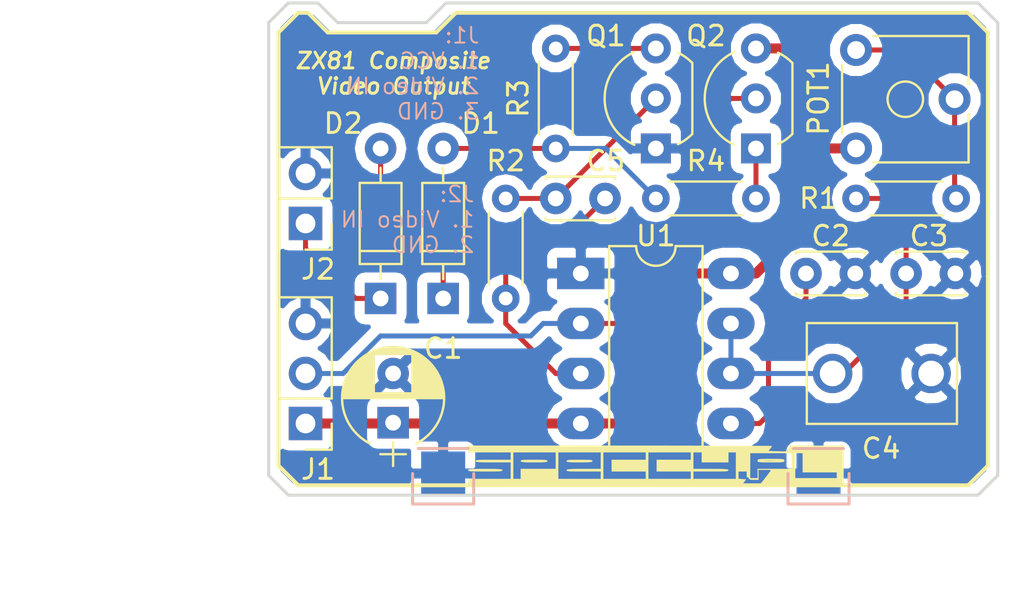
<source format=kicad_pcb>
(kicad_pcb (version 4) (host pcbnew 4.0.7)

  (general
    (links 33)
    (no_connects 3)
    (area 100.924999 64.924999 138.075001 90.075001)
    (thickness 1.6)
    (drawings 31)
    (tracks 64)
    (zones 0)
    (modules 20)
    (nets 14)
  )

  (page A4)
  (title_block
    (title "ZX81 CVBS output")
    (date 2017-12-08)
    (rev 0.1)
    (company fatla.eu)
  )

  (layers
    (0 F.Cu signal)
    (31 B.Cu signal)
    (32 B.Adhes user)
    (33 F.Adhes user)
    (34 B.Paste user)
    (35 F.Paste user)
    (36 B.SilkS user)
    (37 F.SilkS user)
    (38 B.Mask user)
    (39 F.Mask user)
    (40 Dwgs.User user)
    (41 Cmts.User user)
    (42 Eco1.User user)
    (43 Eco2.User user)
    (44 Edge.Cuts user)
    (45 Margin user)
    (46 B.CrtYd user)
    (47 F.CrtYd user)
    (48 B.Fab user)
    (49 F.Fab user)
  )

  (setup
    (last_trace_width 0.254)
    (trace_clearance 0.2032)
    (zone_clearance 0.508)
    (zone_45_only no)
    (trace_min 0.2032)
    (segment_width 0.2)
    (edge_width 0.15)
    (via_size 0.6096)
    (via_drill 0.4064)
    (via_min_size 0.4064)
    (via_min_drill 0.3048)
    (uvia_size 0.3)
    (uvia_drill 0.1)
    (uvias_allowed no)
    (uvia_min_size 0.2)
    (uvia_min_drill 0.1)
    (pcb_text_width 0.3)
    (pcb_text_size 1.5 1.5)
    (mod_edge_width 0.15)
    (mod_text_size 1 1)
    (mod_text_width 0.15)
    (pad_size 2 2)
    (pad_drill 1.3)
    (pad_to_mask_clearance 0.2)
    (aux_axis_origin 0 0)
    (visible_elements FFFFFF7F)
    (pcbplotparams
      (layerselection 0x00030_80000001)
      (usegerberextensions false)
      (excludeedgelayer true)
      (linewidth 0.100000)
      (plotframeref false)
      (viasonmask false)
      (mode 1)
      (useauxorigin false)
      (hpglpennumber 1)
      (hpglpenspeed 20)
      (hpglpendiameter 15)
      (hpglpenoverlay 2)
      (psnegative false)
      (psa4output false)
      (plotreference true)
      (plotvalue true)
      (plotinvisibletext false)
      (padsonsilk false)
      (subtractmaskfromsilk false)
      (outputformat 1)
      (mirror false)
      (drillshape 1)
      (scaleselection 1)
      (outputdirectory ""))
  )

  (net 0 "")
  (net 1 "Net-(C2-Pad1)")
  (net 2 GND)
  (net 3 "Net-(C3-Pad1)")
  (net 4 "Net-(D1-Pad1)")
  (net 5 "Net-(D1-Pad2)")
  (net 6 "Net-(D2-Pad1)")
  (net 7 VCC)
  (net 8 "Net-(J1-Pad2)")
  (net 9 "Net-(POT1-Pad2)")
  (net 10 "Net-(Q1-Pad3)")
  (net 11 "Net-(Q2-Pad1)")
  (net 12 "Net-(C5-Pad1)")
  (net 13 "Net-(C5-Pad2)")

  (net_class Default "This is the default net class."
    (clearance 0.2032)
    (trace_width 0.254)
    (via_dia 0.6096)
    (via_drill 0.4064)
    (uvia_dia 0.3)
    (uvia_drill 0.1)
    (add_net "Net-(C2-Pad1)")
    (add_net "Net-(C3-Pad1)")
    (add_net "Net-(C5-Pad1)")
    (add_net "Net-(C5-Pad2)")
    (add_net "Net-(D1-Pad1)")
    (add_net "Net-(D1-Pad2)")
    (add_net "Net-(D2-Pad1)")
    (add_net "Net-(J1-Pad2)")
    (add_net "Net-(POT1-Pad2)")
    (add_net "Net-(Q1-Pad3)")
    (add_net "Net-(Q2-Pad1)")
  )

  (net_class PWR ""
    (clearance 0.2032)
    (trace_width 0.508)
    (via_dia 1.2192)
    (via_drill 0.8128)
    (uvia_dia 0.3)
    (uvia_drill 0.1)
    (add_net GND)
    (add_net VCC)
  )

  (module Housings_DIP:DIP-8_W7.62mm_LongPads (layer F.Cu) (tedit 58CC8E33) (tstamp 5A2AF3EF)
    (at 116.84 78.74)
    (descr "8-lead dip package, row spacing 7.62 mm (300 mils), LongPads")
    (tags "DIL DIP PDIP 2.54mm 7.62mm 300mil LongPads")
    (path /5A2ADF66)
    (fp_text reference U1 (at 3.81 -1.905) (layer F.SilkS)
      (effects (font (size 1 1) (thickness 0.15)))
    )
    (fp_text value LM555 (at 3.81 10.01) (layer F.Fab)
      (effects (font (size 1 1) (thickness 0.15)))
    )
    (fp_text user %R (at 3.81 3.81) (layer F.Fab)
      (effects (font (size 1 1) (thickness 0.15)))
    )
    (fp_line (start 1.635 -1.27) (end 6.985 -1.27) (layer F.Fab) (width 0.1))
    (fp_line (start 6.985 -1.27) (end 6.985 8.89) (layer F.Fab) (width 0.1))
    (fp_line (start 6.985 8.89) (end 0.635 8.89) (layer F.Fab) (width 0.1))
    (fp_line (start 0.635 8.89) (end 0.635 -0.27) (layer F.Fab) (width 0.1))
    (fp_line (start 0.635 -0.27) (end 1.635 -1.27) (layer F.Fab) (width 0.1))
    (fp_line (start 2.81 -1.39) (end 1.44 -1.39) (layer F.SilkS) (width 0.12))
    (fp_line (start 1.44 -1.39) (end 1.44 9.01) (layer F.SilkS) (width 0.12))
    (fp_line (start 1.44 9.01) (end 6.18 9.01) (layer F.SilkS) (width 0.12))
    (fp_line (start 6.18 9.01) (end 6.18 -1.39) (layer F.SilkS) (width 0.12))
    (fp_line (start 6.18 -1.39) (end 4.81 -1.39) (layer F.SilkS) (width 0.12))
    (fp_line (start -1.5 -1.6) (end -1.5 9.2) (layer F.CrtYd) (width 0.05))
    (fp_line (start -1.5 9.2) (end 9.1 9.2) (layer F.CrtYd) (width 0.05))
    (fp_line (start 9.1 9.2) (end 9.1 -1.6) (layer F.CrtYd) (width 0.05))
    (fp_line (start 9.1 -1.6) (end -1.5 -1.6) (layer F.CrtYd) (width 0.05))
    (fp_arc (start 3.81 -1.39) (end 2.81 -1.39) (angle -180) (layer F.SilkS) (width 0.12))
    (pad 1 thru_hole rect (at 0 0) (size 2.4 1.6) (drill 0.8) (layers *.Cu *.Mask)
      (net 2 GND))
    (pad 5 thru_hole oval (at 7.62 7.62) (size 2.4 1.6) (drill 0.8) (layers *.Cu *.Mask)
      (net 1 "Net-(C2-Pad1)"))
    (pad 2 thru_hole oval (at 0 2.54) (size 2.4 1.6) (drill 0.8) (layers *.Cu *.Mask)
      (net 8 "Net-(J1-Pad2)"))
    (pad 6 thru_hole oval (at 7.62 5.08) (size 2.4 1.6) (drill 0.8) (layers *.Cu *.Mask)
      (net 3 "Net-(C3-Pad1)"))
    (pad 3 thru_hole oval (at 0 5.08) (size 2.4 1.6) (drill 0.8) (layers *.Cu *.Mask)
      (net 13 "Net-(C5-Pad2)"))
    (pad 7 thru_hole oval (at 7.62 2.54) (size 2.4 1.6) (drill 0.8) (layers *.Cu *.Mask)
      (net 3 "Net-(C3-Pad1)"))
    (pad 4 thru_hole oval (at 0 7.62) (size 2.4 1.6) (drill 0.8) (layers *.Cu *.Mask)
      (net 7 VCC))
    (pad 8 thru_hole oval (at 7.62 0) (size 2.4 1.6) (drill 0.8) (layers *.Cu *.Mask)
      (net 7 VCC))
    (model ${KISYS3DMOD}/Housings_DIP.3dshapes/DIP-8_W7.62mm_LongPads.wrl
      (at (xyz 0 0 0))
      (scale (xyz 1 1 1))
      (rotate (xyz 0 0 0))
    )
  )

  (module Capacitors_THT:C_Disc_D3.4mm_W2.1mm_P2.50mm (layer F.Cu) (tedit 597BC7C2) (tstamp 5A2AF391)
    (at 128.27 78.74)
    (descr "C, Disc series, Radial, pin pitch=2.50mm, , diameter*width=3.4*2.1mm^2, Capacitor, http://www.vishay.com/docs/45233/krseries.pdf")
    (tags "C Disc series Radial pin pitch 2.50mm  diameter 3.4mm width 2.1mm Capacitor")
    (path /5A2AE0D1)
    (fp_text reference C2 (at 1.25 -1.905) (layer F.SilkS)
      (effects (font (size 1 1) (thickness 0.15)))
    )
    (fp_text value 10nF (at 1.25 2.36) (layer F.Fab)
      (effects (font (size 1 1) (thickness 0.15)))
    )
    (fp_line (start -0.45 -1.05) (end -0.45 1.05) (layer F.Fab) (width 0.1))
    (fp_line (start -0.45 1.05) (end 2.95 1.05) (layer F.Fab) (width 0.1))
    (fp_line (start 2.95 1.05) (end 2.95 -1.05) (layer F.Fab) (width 0.1))
    (fp_line (start 2.95 -1.05) (end -0.45 -1.05) (layer F.Fab) (width 0.1))
    (fp_line (start -0.51 -1.11) (end 3.01 -1.11) (layer F.SilkS) (width 0.12))
    (fp_line (start -0.51 1.11) (end 3.01 1.11) (layer F.SilkS) (width 0.12))
    (fp_line (start -0.51 -1.11) (end -0.51 -0.996) (layer F.SilkS) (width 0.12))
    (fp_line (start -0.51 0.996) (end -0.51 1.11) (layer F.SilkS) (width 0.12))
    (fp_line (start 3.01 -1.11) (end 3.01 -0.996) (layer F.SilkS) (width 0.12))
    (fp_line (start 3.01 0.996) (end 3.01 1.11) (layer F.SilkS) (width 0.12))
    (fp_line (start -1.05 -1.4) (end -1.05 1.4) (layer F.CrtYd) (width 0.05))
    (fp_line (start -1.05 1.4) (end 3.55 1.4) (layer F.CrtYd) (width 0.05))
    (fp_line (start 3.55 1.4) (end 3.55 -1.4) (layer F.CrtYd) (width 0.05))
    (fp_line (start 3.55 -1.4) (end -1.05 -1.4) (layer F.CrtYd) (width 0.05))
    (fp_text user %R (at 1.25 0) (layer F.Fab)
      (effects (font (size 1 1) (thickness 0.15)))
    )
    (pad 1 thru_hole circle (at 0 0) (size 1.6 1.6) (drill 0.8) (layers *.Cu *.Mask)
      (net 1 "Net-(C2-Pad1)"))
    (pad 2 thru_hole circle (at 2.5 0) (size 1.6 1.6) (drill 0.8) (layers *.Cu *.Mask)
      (net 2 GND))
    (model ${KISYS3DMOD}/Capacitors_THT.3dshapes/C_Disc_D3.4mm_W2.1mm_P2.50mm.wrl
      (at (xyz 0 0 0))
      (scale (xyz 1 1 1))
      (rotate (xyz 0 0 0))
    )
  )

  (module Capacitors_THT:C_Disc_D3.4mm_W2.1mm_P2.50mm (layer F.Cu) (tedit 597BC7C2) (tstamp 5A2AF397)
    (at 133.35 78.74)
    (descr "C, Disc series, Radial, pin pitch=2.50mm, , diameter*width=3.4*2.1mm^2, Capacitor, http://www.vishay.com/docs/45233/krseries.pdf")
    (tags "C Disc series Radial pin pitch 2.50mm  diameter 3.4mm width 2.1mm Capacitor")
    (path /5A2AE123)
    (fp_text reference C3 (at 1.16 -1.905) (layer F.SilkS)
      (effects (font (size 1 1) (thickness 0.15)))
    )
    (fp_text value 820pF (at 1.25 2.36) (layer F.Fab)
      (effects (font (size 1 1) (thickness 0.15)))
    )
    (fp_line (start -0.45 -1.05) (end -0.45 1.05) (layer F.Fab) (width 0.1))
    (fp_line (start -0.45 1.05) (end 2.95 1.05) (layer F.Fab) (width 0.1))
    (fp_line (start 2.95 1.05) (end 2.95 -1.05) (layer F.Fab) (width 0.1))
    (fp_line (start 2.95 -1.05) (end -0.45 -1.05) (layer F.Fab) (width 0.1))
    (fp_line (start -0.51 -1.11) (end 3.01 -1.11) (layer F.SilkS) (width 0.12))
    (fp_line (start -0.51 1.11) (end 3.01 1.11) (layer F.SilkS) (width 0.12))
    (fp_line (start -0.51 -1.11) (end -0.51 -0.996) (layer F.SilkS) (width 0.12))
    (fp_line (start -0.51 0.996) (end -0.51 1.11) (layer F.SilkS) (width 0.12))
    (fp_line (start 3.01 -1.11) (end 3.01 -0.996) (layer F.SilkS) (width 0.12))
    (fp_line (start 3.01 0.996) (end 3.01 1.11) (layer F.SilkS) (width 0.12))
    (fp_line (start -1.05 -1.4) (end -1.05 1.4) (layer F.CrtYd) (width 0.05))
    (fp_line (start -1.05 1.4) (end 3.55 1.4) (layer F.CrtYd) (width 0.05))
    (fp_line (start 3.55 1.4) (end 3.55 -1.4) (layer F.CrtYd) (width 0.05))
    (fp_line (start 3.55 -1.4) (end -1.05 -1.4) (layer F.CrtYd) (width 0.05))
    (fp_text user %R (at 1.25 0) (layer F.Fab)
      (effects (font (size 1 1) (thickness 0.15)))
    )
    (pad 1 thru_hole circle (at 0 0) (size 1.6 1.6) (drill 0.8) (layers *.Cu *.Mask)
      (net 3 "Net-(C3-Pad1)"))
    (pad 2 thru_hole circle (at 2.5 0) (size 1.6 1.6) (drill 0.8) (layers *.Cu *.Mask)
      (net 2 GND))
    (model ${KISYS3DMOD}/Capacitors_THT.3dshapes/C_Disc_D3.4mm_W2.1mm_P2.50mm.wrl
      (at (xyz 0 0 0))
      (scale (xyz 1 1 1))
      (rotate (xyz 0 0 0))
    )
  )

  (module Diodes_THT:D_DO-35_SOD27_P7.62mm_Horizontal (layer F.Cu) (tedit 5921392F) (tstamp 5A2AF3A3)
    (at 109.855 80.01 90)
    (descr "D, DO-35_SOD27 series, Axial, Horizontal, pin pitch=7.62mm, , length*diameter=4*2mm^2, , http://www.diodes.com/_files/packages/DO-35.pdf")
    (tags "D DO-35_SOD27 series Axial Horizontal pin pitch 7.62mm  length 4mm diameter 2mm")
    (path /5A2AEEB2)
    (fp_text reference D1 (at 8.89 1.905 180) (layer F.SilkS)
      (effects (font (size 1 1) (thickness 0.15)))
    )
    (fp_text value 1N4148 (at 3.81 2.06 90) (layer F.Fab)
      (effects (font (size 1 1) (thickness 0.15)))
    )
    (fp_text user %R (at 3.81 0 90) (layer F.Fab)
      (effects (font (size 1 1) (thickness 0.15)))
    )
    (fp_line (start 1.81 -1) (end 1.81 1) (layer F.Fab) (width 0.1))
    (fp_line (start 1.81 1) (end 5.81 1) (layer F.Fab) (width 0.1))
    (fp_line (start 5.81 1) (end 5.81 -1) (layer F.Fab) (width 0.1))
    (fp_line (start 5.81 -1) (end 1.81 -1) (layer F.Fab) (width 0.1))
    (fp_line (start 0 0) (end 1.81 0) (layer F.Fab) (width 0.1))
    (fp_line (start 7.62 0) (end 5.81 0) (layer F.Fab) (width 0.1))
    (fp_line (start 2.41 -1) (end 2.41 1) (layer F.Fab) (width 0.1))
    (fp_line (start 1.75 -1.06) (end 1.75 1.06) (layer F.SilkS) (width 0.12))
    (fp_line (start 1.75 1.06) (end 5.87 1.06) (layer F.SilkS) (width 0.12))
    (fp_line (start 5.87 1.06) (end 5.87 -1.06) (layer F.SilkS) (width 0.12))
    (fp_line (start 5.87 -1.06) (end 1.75 -1.06) (layer F.SilkS) (width 0.12))
    (fp_line (start 0.98 0) (end 1.75 0) (layer F.SilkS) (width 0.12))
    (fp_line (start 6.64 0) (end 5.87 0) (layer F.SilkS) (width 0.12))
    (fp_line (start 2.41 -1.06) (end 2.41 1.06) (layer F.SilkS) (width 0.12))
    (fp_line (start -1.05 -1.35) (end -1.05 1.35) (layer F.CrtYd) (width 0.05))
    (fp_line (start -1.05 1.35) (end 8.7 1.35) (layer F.CrtYd) (width 0.05))
    (fp_line (start 8.7 1.35) (end 8.7 -1.35) (layer F.CrtYd) (width 0.05))
    (fp_line (start 8.7 -1.35) (end -1.05 -1.35) (layer F.CrtYd) (width 0.05))
    (pad 1 thru_hole rect (at 0 0 90) (size 1.6 1.6) (drill 0.8) (layers *.Cu *.Mask)
      (net 4 "Net-(D1-Pad1)"))
    (pad 2 thru_hole oval (at 7.62 0 90) (size 1.6 1.6) (drill 0.8) (layers *.Cu *.Mask)
      (net 5 "Net-(D1-Pad2)"))
    (model ${KISYS3DMOD}/Diodes_THT.3dshapes/D_DO-35_SOD27_P7.62mm_Horizontal.wrl
      (at (xyz 0 0 0))
      (scale (xyz 0.393701 0.393701 0.393701))
      (rotate (xyz 0 0 0))
    )
  )

  (module Diodes_THT:D_DO-35_SOD27_P7.62mm_Horizontal (layer F.Cu) (tedit 5921392F) (tstamp 5A2AF3A9)
    (at 106.68 80.01 90)
    (descr "D, DO-35_SOD27 series, Axial, Horizontal, pin pitch=7.62mm, , length*diameter=4*2mm^2, , http://www.diodes.com/_files/packages/DO-35.pdf")
    (tags "D DO-35_SOD27 series Axial Horizontal pin pitch 7.62mm  length 4mm diameter 2mm")
    (path /5A2AEFE5)
    (fp_text reference D2 (at 8.89 -1.905 180) (layer F.SilkS)
      (effects (font (size 1 1) (thickness 0.15)))
    )
    (fp_text value 1N4148 (at 3.81 2.06 90) (layer F.Fab)
      (effects (font (size 1 1) (thickness 0.15)))
    )
    (fp_text user %R (at 3.81 0 90) (layer F.Fab)
      (effects (font (size 1 1) (thickness 0.15)))
    )
    (fp_line (start 1.81 -1) (end 1.81 1) (layer F.Fab) (width 0.1))
    (fp_line (start 1.81 1) (end 5.81 1) (layer F.Fab) (width 0.1))
    (fp_line (start 5.81 1) (end 5.81 -1) (layer F.Fab) (width 0.1))
    (fp_line (start 5.81 -1) (end 1.81 -1) (layer F.Fab) (width 0.1))
    (fp_line (start 0 0) (end 1.81 0) (layer F.Fab) (width 0.1))
    (fp_line (start 7.62 0) (end 5.81 0) (layer F.Fab) (width 0.1))
    (fp_line (start 2.41 -1) (end 2.41 1) (layer F.Fab) (width 0.1))
    (fp_line (start 1.75 -1.06) (end 1.75 1.06) (layer F.SilkS) (width 0.12))
    (fp_line (start 1.75 1.06) (end 5.87 1.06) (layer F.SilkS) (width 0.12))
    (fp_line (start 5.87 1.06) (end 5.87 -1.06) (layer F.SilkS) (width 0.12))
    (fp_line (start 5.87 -1.06) (end 1.75 -1.06) (layer F.SilkS) (width 0.12))
    (fp_line (start 0.98 0) (end 1.75 0) (layer F.SilkS) (width 0.12))
    (fp_line (start 6.64 0) (end 5.87 0) (layer F.SilkS) (width 0.12))
    (fp_line (start 2.41 -1.06) (end 2.41 1.06) (layer F.SilkS) (width 0.12))
    (fp_line (start -1.05 -1.35) (end -1.05 1.35) (layer F.CrtYd) (width 0.05))
    (fp_line (start -1.05 1.35) (end 8.7 1.35) (layer F.CrtYd) (width 0.05))
    (fp_line (start 8.7 1.35) (end 8.7 -1.35) (layer F.CrtYd) (width 0.05))
    (fp_line (start 8.7 -1.35) (end -1.05 -1.35) (layer F.CrtYd) (width 0.05))
    (pad 1 thru_hole rect (at 0 0 90) (size 1.6 1.6) (drill 0.8) (layers *.Cu *.Mask)
      (net 6 "Net-(D2-Pad1)"))
    (pad 2 thru_hole oval (at 7.62 0 90) (size 1.6 1.6) (drill 0.8) (layers *.Cu *.Mask)
      (net 4 "Net-(D1-Pad1)"))
    (model ${KISYS3DMOD}/Diodes_THT.3dshapes/D_DO-35_SOD27_P7.62mm_Horizontal.wrl
      (at (xyz 0 0 0))
      (scale (xyz 0.393701 0.393701 0.393701))
      (rotate (xyz 0 0 0))
    )
  )

  (module Pin_Headers:Pin_Header_Straight_1x03_Pitch2.54mm (layer F.Cu) (tedit 59650532) (tstamp 5A2AF3B0)
    (at 102.87 86.36 180)
    (descr "Through hole straight pin header, 1x03, 2.54mm pitch, single row")
    (tags "Through hole pin header THT 1x03 2.54mm single row")
    (path /5A2ADFAC)
    (fp_text reference J1 (at -0.635 -2.33 180) (layer F.SilkS)
      (effects (font (size 1 1) (thickness 0.15)))
    )
    (fp_text value Video_IN (at 0 7.41 180) (layer F.Fab)
      (effects (font (size 1 1) (thickness 0.15)))
    )
    (fp_line (start -0.635 -1.27) (end 1.27 -1.27) (layer F.Fab) (width 0.1))
    (fp_line (start 1.27 -1.27) (end 1.27 6.35) (layer F.Fab) (width 0.1))
    (fp_line (start 1.27 6.35) (end -1.27 6.35) (layer F.Fab) (width 0.1))
    (fp_line (start -1.27 6.35) (end -1.27 -0.635) (layer F.Fab) (width 0.1))
    (fp_line (start -1.27 -0.635) (end -0.635 -1.27) (layer F.Fab) (width 0.1))
    (fp_line (start -1.33 6.41) (end 1.33 6.41) (layer F.SilkS) (width 0.12))
    (fp_line (start -1.33 1.27) (end -1.33 6.41) (layer F.SilkS) (width 0.12))
    (fp_line (start 1.33 1.27) (end 1.33 6.41) (layer F.SilkS) (width 0.12))
    (fp_line (start -1.33 1.27) (end 1.33 1.27) (layer F.SilkS) (width 0.12))
    (fp_line (start -1.33 0) (end -1.33 -1.33) (layer F.SilkS) (width 0.12))
    (fp_line (start -1.33 -1.33) (end 0 -1.33) (layer F.SilkS) (width 0.12))
    (fp_line (start -1.8 -1.8) (end -1.8 6.85) (layer F.CrtYd) (width 0.05))
    (fp_line (start -1.8 6.85) (end 1.8 6.85) (layer F.CrtYd) (width 0.05))
    (fp_line (start 1.8 6.85) (end 1.8 -1.8) (layer F.CrtYd) (width 0.05))
    (fp_line (start 1.8 -1.8) (end -1.8 -1.8) (layer F.CrtYd) (width 0.05))
    (fp_text user %R (at 0 2.54 270) (layer F.Fab)
      (effects (font (size 1 1) (thickness 0.15)))
    )
    (pad 1 thru_hole rect (at 0 0 180) (size 1.7 1.7) (drill 1) (layers *.Cu *.Mask)
      (net 7 VCC))
    (pad 2 thru_hole oval (at 0 2.54 180) (size 1.7 1.7) (drill 1) (layers *.Cu *.Mask)
      (net 8 "Net-(J1-Pad2)"))
    (pad 3 thru_hole oval (at 0 5.08 180) (size 1.7 1.7) (drill 1) (layers *.Cu *.Mask)
      (net 2 GND))
    (model ${KISYS3DMOD}/Pin_Headers.3dshapes/Pin_Header_Straight_1x03_Pitch2.54mm.wrl
      (at (xyz 0 0 0))
      (scale (xyz 1 1 1))
      (rotate (xyz 0 0 0))
    )
  )

  (module Pin_Headers:Pin_Header_Straight_1x02_Pitch2.54mm (layer F.Cu) (tedit 59650532) (tstamp 5A2AF3B6)
    (at 102.87 76.2 180)
    (descr "Through hole straight pin header, 1x02, 2.54mm pitch, single row")
    (tags "Through hole pin header THT 1x02 2.54mm single row")
    (path /5A2AF9C1)
    (fp_text reference J2 (at -0.635 -2.33 180) (layer F.SilkS)
      (effects (font (size 1 1) (thickness 0.15)))
    )
    (fp_text value Video_OUT (at 0 4.87 180) (layer F.Fab)
      (effects (font (size 1 1) (thickness 0.15)))
    )
    (fp_line (start -0.635 -1.27) (end 1.27 -1.27) (layer F.Fab) (width 0.1))
    (fp_line (start 1.27 -1.27) (end 1.27 3.81) (layer F.Fab) (width 0.1))
    (fp_line (start 1.27 3.81) (end -1.27 3.81) (layer F.Fab) (width 0.1))
    (fp_line (start -1.27 3.81) (end -1.27 -0.635) (layer F.Fab) (width 0.1))
    (fp_line (start -1.27 -0.635) (end -0.635 -1.27) (layer F.Fab) (width 0.1))
    (fp_line (start -1.33 3.87) (end 1.33 3.87) (layer F.SilkS) (width 0.12))
    (fp_line (start -1.33 1.27) (end -1.33 3.87) (layer F.SilkS) (width 0.12))
    (fp_line (start 1.33 1.27) (end 1.33 3.87) (layer F.SilkS) (width 0.12))
    (fp_line (start -1.33 1.27) (end 1.33 1.27) (layer F.SilkS) (width 0.12))
    (fp_line (start -1.33 0) (end -1.33 -1.33) (layer F.SilkS) (width 0.12))
    (fp_line (start -1.33 -1.33) (end 0 -1.33) (layer F.SilkS) (width 0.12))
    (fp_line (start -1.8 -1.8) (end -1.8 4.35) (layer F.CrtYd) (width 0.05))
    (fp_line (start -1.8 4.35) (end 1.8 4.35) (layer F.CrtYd) (width 0.05))
    (fp_line (start 1.8 4.35) (end 1.8 -1.8) (layer F.CrtYd) (width 0.05))
    (fp_line (start 1.8 -1.8) (end -1.8 -1.8) (layer F.CrtYd) (width 0.05))
    (fp_text user %R (at 0 1.27 270) (layer F.Fab)
      (effects (font (size 1 1) (thickness 0.15)))
    )
    (pad 1 thru_hole rect (at 0 0 180) (size 1.7 1.7) (drill 1) (layers *.Cu *.Mask)
      (net 6 "Net-(D2-Pad1)"))
    (pad 2 thru_hole oval (at 0 2.54 180) (size 1.7 1.7) (drill 1) (layers *.Cu *.Mask)
      (net 2 GND))
    (model ${KISYS3DMOD}/Pin_Headers.3dshapes/Pin_Header_Straight_1x02_Pitch2.54mm.wrl
      (at (xyz 0 0 0))
      (scale (xyz 1 1 1))
      (rotate (xyz 0 0 0))
    )
  )

  (module Potentiometers:Potentiometer_Trimmer_ACP_CA6v_Horizontal (layer F.Cu) (tedit 5A2DA2E7) (tstamp 5A2AF3BD)
    (at 130.81 72.39)
    (descr "Potentiometer, horizontally mounted, Omeg PC16PU, Omeg PC16PU, Omeg PC16PU, Vishay/Spectrol 248GJ/249GJ Single, Vishay/Spectrol 248GJ/249GJ Single, Vishay/Spectrol 248GJ/249GJ Single, Vishay/Spectrol 248GH/249GH Single, Vishay/Spectrol 148/149 Single, Vishay/Spectrol 148/149 Single, Vishay/Spectrol 148/149 Single, Vishay/Spectrol 148A/149A Single with mounting plates, Vishay/Spectrol 148/149 Double, Vishay/Spectrol 148A/149A Double with mounting plates, Piher PC-16 Single, Piher PC-16 Single, Piher PC-16 Single, Piher PC-16SV Single, Piher PC-16 Double, Piher PC-16 Triple, Piher T16H Single, Piher T16L Single, Piher T16H Double, Alps RK163 Single, Alps RK163 Double, Alps RK097 Single, Alps RK097 Double, Bourns PTV09A-2 Single with mounting sleve Single, Bourns PTV09A-1 with mounting sleve Single, Bourns PRS11S Single, Alps RK09K Single with mounting sleve Single, Alps RK09K with mounting sleve Single, Alps RK09L Single, Alps RK09L Single, Alps RK09L Double, Alps RK09L Double, Alps RK09Y Single, Bourns 3339S Single, Bourns 3339S Single, Bourns 3339P Single, Bourns 3339H Single, Vishay T7YA Single, Suntan TSR-3386H Single, Suntan TSR-3386H Single, Suntan TSR-3386P Single, Vishay T73XX Single, Vishay T73XX Single, Vishay T73YP Single, Piher PT-6h Single, Piher PT-6v Single, Piher PT-6v Single, Piher PT-10h2.5 Single, Piher PT-10h5 Single, Piher PT-101h3.8 Single, Piher PT-10v10 Single, Piher PT-10v10 Single, Piher PT-10v5 Single, Piher PT-15h5 Single, Piher PT-15h2.5 Single, Piher PT-15B Single, Piher PT-15hc5 Single, Piher PT-15v12.5 Single, Piher PT-15v12.5 Single, Piher PT-15v15 Single, Piher PT-15v15 Single, ACP CA6h Single, ACP CA6v Single, http://www.acptechnologies.com/wp-content/uploads/2016/12/ACP-CAT%C3%81LOGO-ENTERO-2016.pdf")
    (tags "Potentiometer horizontal  Omeg PC16PU  Omeg PC16PU  Omeg PC16PU  Vishay/Spectrol 248GJ/249GJ Single  Vishay/Spectrol 248GJ/249GJ Single  Vishay/Spectrol 248GJ/249GJ Single  Vishay/Spectrol 248GH/249GH Single  Vishay/Spectrol 148/149 Single  Vishay/Spectrol 148/149 Single  Vishay/Spectrol 148/149 Single  Vishay/Spectrol 148A/149A Single with mounting plates  Vishay/Spectrol 148/149 Double  Vishay/Spectrol 148A/149A Double with mounting plates  Piher PC-16 Single  Piher PC-16 Single  Piher PC-16 Single  Piher PC-16SV Single  Piher PC-16 Double  Piher PC-16 Triple  Piher T16H Single  Piher T16L Single  Piher T16H Double  Alps RK163 Single  Alps RK163 Double  Alps RK097 Single  Alps RK097 Double  Bourns PTV09A-2 Single with mounting sleve Single  Bourns PTV09A-1 with mounting sleve Single  Bourns PRS11S Single  Alps RK09K Single with mounting sleve Single  Alps RK09K with mounting sleve Single  Alps RK09L Single  Alps RK09L Single  Alps RK09L Double  Alps RK09L Double  Alps RK09Y Single  Bourns 3339S Single  Bourns 3339S Single  Bourns 3339P Single  Bourns 3339H Single  Vishay T7YA Single  Suntan TSR-3386H Single  Suntan TSR-3386H Single  Suntan TSR-3386P Single  Vishay T73XX Single  Vishay T73XX Single  Vishay T73YP Single  Piher PT-6h Single  Piher PT-6v Single  Piher PT-6v Single  Piher PT-10h2.5 Single  Piher PT-10h5 Single  Piher PT-101h3.8 Single  Piher PT-10v10 Single  Piher PT-10v10 Single  Piher PT-10v5 Single  Piher PT-15h5 Single  Piher PT-15h2.5 Single  Piher PT-15B Single  Piher PT-15hc5 Single  Piher PT-15v12.5 Single  Piher PT-15v12.5 Single  Piher PT-15v15 Single  Piher PT-15v15 Single  ACP CA6h Single  ACP CA6v Single")
    (path /5A2AE291)
    (fp_text reference POT1 (at -1.905 -2.54 270) (layer F.SilkS)
      (effects (font (size 1 1) (thickness 0.15)))
    )
    (fp_text value 10k (at 2.5 2.06) (layer F.Fab)
      (effects (font (size 1 1) (thickness 0.15)))
    )
    (fp_circle (center 2.5 -2.5) (end 3.5 -2.5) (layer F.Fab) (width 0.1))
    (fp_circle (center 2.5 -2.5) (end 3.4 -2.5) (layer F.Fab) (width 0.1))
    (fp_circle (center 2.5 -2.5) (end 3.4 -2.5) (layer F.SilkS) (width 0.12))
    (fp_line (start -0.65 -5.65) (end -0.65 0.65) (layer F.Fab) (width 0.1))
    (fp_line (start -0.65 0.65) (end 5.65 0.65) (layer F.Fab) (width 0.1))
    (fp_line (start 5.65 0.65) (end 5.65 -5.65) (layer F.Fab) (width 0.1))
    (fp_line (start 5.65 -5.65) (end -0.65 -5.65) (layer F.Fab) (width 0.1))
    (fp_line (start 0.873 -5.71) (end 5.71 -5.71) (layer F.SilkS) (width 0.12))
    (fp_line (start 0.873 0.71) (end 5.71 0.71) (layer F.SilkS) (width 0.12))
    (fp_line (start -0.71 -4.242) (end -0.71 -0.757) (layer F.SilkS) (width 0.12))
    (fp_line (start 5.71 -5.71) (end 5.71 -3.257) (layer F.SilkS) (width 0.12))
    (fp_line (start 5.71 -1.742) (end 5.71 0.71) (layer F.SilkS) (width 0.12))
    (fp_line (start -1.1 -6.1) (end -1.1 1.1) (layer F.CrtYd) (width 0.05))
    (fp_line (start -1.1 1.1) (end 6.1 1.1) (layer F.CrtYd) (width 0.05))
    (fp_line (start 6.1 1.1) (end 6.1 -6.1) (layer F.CrtYd) (width 0.05))
    (fp_line (start 6.1 -6.1) (end -1.1 -6.1) (layer F.CrtYd) (width 0.05))
    (pad 3 thru_hole circle (at 0 -5) (size 1.62 1.62) (drill 0.9) (layers *.Cu *.Mask)
      (net 9 "Net-(POT1-Pad2)"))
    (pad 2 thru_hole circle (at 5 -2.5) (size 1.62 1.62) (drill 0.9) (layers *.Cu *.Mask)
      (net 9 "Net-(POT1-Pad2)"))
    (pad 1 thru_hole circle (at 0 0) (size 1.62 1.62) (drill 0.9) (layers *.Cu *.Mask)
      (net 7 VCC))
    (model Potentiometers.3dshapes/Potentiometer_Trimmer_ACP_CA6v_Horizontal.wrl
      (at (xyz 0 0 0))
      (scale (xyz 0.393701 0.393701 0.393701))
      (rotate (xyz 0 0 0))
    )
  )

  (module TO_SOT_Packages_THT:TO-92_Inline_Wide (layer F.Cu) (tedit 58CE52AF) (tstamp 5A2AF3C4)
    (at 120.65 72.39 90)
    (descr "TO-92 leads in-line, wide, drill 0.8mm (see NXP sot054_po.pdf)")
    (tags "to-92 sc-43 sc-43a sot54 PA33 transistor")
    (path /5A2AE3B1)
    (fp_text reference Q1 (at 5.715 -2.54 360) (layer F.SilkS)
      (effects (font (size 1 1) (thickness 0.15)))
    )
    (fp_text value PN2222A (at 2.54 2.79 90) (layer F.Fab)
      (effects (font (size 1 1) (thickness 0.15)))
    )
    (fp_text user %R (at 2.54 -3.56 270) (layer F.Fab)
      (effects (font (size 1 1) (thickness 0.15)))
    )
    (fp_line (start 0.74 1.85) (end 4.34 1.85) (layer F.SilkS) (width 0.12))
    (fp_line (start 0.8 1.75) (end 4.3 1.75) (layer F.Fab) (width 0.1))
    (fp_line (start -1.01 -2.73) (end 6.09 -2.73) (layer F.CrtYd) (width 0.05))
    (fp_line (start -1.01 -2.73) (end -1.01 2.01) (layer F.CrtYd) (width 0.05))
    (fp_line (start 6.09 2.01) (end 6.09 -2.73) (layer F.CrtYd) (width 0.05))
    (fp_line (start 6.09 2.01) (end -1.01 2.01) (layer F.CrtYd) (width 0.05))
    (fp_arc (start 2.54 0) (end 0.74 1.85) (angle 20) (layer F.SilkS) (width 0.12))
    (fp_arc (start 2.54 0) (end 2.54 -2.6) (angle -65) (layer F.SilkS) (width 0.12))
    (fp_arc (start 2.54 0) (end 2.54 -2.6) (angle 65) (layer F.SilkS) (width 0.12))
    (fp_arc (start 2.54 0) (end 2.54 -2.48) (angle 135) (layer F.Fab) (width 0.1))
    (fp_arc (start 2.54 0) (end 2.54 -2.48) (angle -135) (layer F.Fab) (width 0.1))
    (fp_arc (start 2.54 0) (end 4.34 1.85) (angle -20) (layer F.SilkS) (width 0.12))
    (pad 2 thru_hole circle (at 2.54 0 180) (size 1.52 1.52) (drill 0.8) (layers *.Cu *.Mask)
      (net 12 "Net-(C5-Pad1)"))
    (pad 3 thru_hole circle (at 5.08 0 180) (size 1.52 1.52) (drill 0.8) (layers *.Cu *.Mask)
      (net 10 "Net-(Q1-Pad3)"))
    (pad 1 thru_hole rect (at 0 0 180) (size 1.52 1.52) (drill 0.8) (layers *.Cu *.Mask)
      (net 2 GND))
    (model ${KISYS3DMOD}/TO_SOT_Packages_THT.3dshapes/TO-92_Inline_Wide.wrl
      (at (xyz 0.1 0 0))
      (scale (xyz 1 1 1))
      (rotate (xyz 0 0 -90))
    )
  )

  (module TO_SOT_Packages_THT:TO-92_Inline_Wide (layer F.Cu) (tedit 58CE52AF) (tstamp 5A2AF3CB)
    (at 125.73 72.39 90)
    (descr "TO-92 leads in-line, wide, drill 0.8mm (see NXP sot054_po.pdf)")
    (tags "to-92 sc-43 sc-43a sot54 PA33 transistor")
    (path /5A2AE3FB)
    (fp_text reference Q2 (at 5.715 -2.54 360) (layer F.SilkS)
      (effects (font (size 1 1) (thickness 0.15)))
    )
    (fp_text value PN2222A (at 2.54 2.79 90) (layer F.Fab)
      (effects (font (size 1 1) (thickness 0.15)))
    )
    (fp_text user %R (at 2.54 -3.56 270) (layer F.Fab)
      (effects (font (size 1 1) (thickness 0.15)))
    )
    (fp_line (start 0.74 1.85) (end 4.34 1.85) (layer F.SilkS) (width 0.12))
    (fp_line (start 0.8 1.75) (end 4.3 1.75) (layer F.Fab) (width 0.1))
    (fp_line (start -1.01 -2.73) (end 6.09 -2.73) (layer F.CrtYd) (width 0.05))
    (fp_line (start -1.01 -2.73) (end -1.01 2.01) (layer F.CrtYd) (width 0.05))
    (fp_line (start 6.09 2.01) (end 6.09 -2.73) (layer F.CrtYd) (width 0.05))
    (fp_line (start 6.09 2.01) (end -1.01 2.01) (layer F.CrtYd) (width 0.05))
    (fp_arc (start 2.54 0) (end 0.74 1.85) (angle 20) (layer F.SilkS) (width 0.12))
    (fp_arc (start 2.54 0) (end 2.54 -2.6) (angle -65) (layer F.SilkS) (width 0.12))
    (fp_arc (start 2.54 0) (end 2.54 -2.6) (angle 65) (layer F.SilkS) (width 0.12))
    (fp_arc (start 2.54 0) (end 2.54 -2.48) (angle 135) (layer F.Fab) (width 0.1))
    (fp_arc (start 2.54 0) (end 2.54 -2.48) (angle -135) (layer F.Fab) (width 0.1))
    (fp_arc (start 2.54 0) (end 4.34 1.85) (angle -20) (layer F.SilkS) (width 0.12))
    (pad 2 thru_hole circle (at 2.54 0 180) (size 1.52 1.52) (drill 0.8) (layers *.Cu *.Mask)
      (net 8 "Net-(J1-Pad2)"))
    (pad 3 thru_hole circle (at 5.08 0 180) (size 1.52 1.52) (drill 0.8) (layers *.Cu *.Mask)
      (net 7 VCC))
    (pad 1 thru_hole rect (at 0 0 180) (size 1.52 1.52) (drill 0.8) (layers *.Cu *.Mask)
      (net 11 "Net-(Q2-Pad1)"))
    (model ${KISYS3DMOD}/TO_SOT_Packages_THT.3dshapes/TO-92_Inline_Wide.wrl
      (at (xyz 0.1 0 0))
      (scale (xyz 1 1 1))
      (rotate (xyz 0 0 -90))
    )
  )

  (module Resistors_THT:R_Axial_DIN0204_L3.6mm_D1.6mm_P5.08mm_Horizontal (layer F.Cu) (tedit 5874F706) (tstamp 5A2AF3D1)
    (at 135.89 74.93 180)
    (descr "Resistor, Axial_DIN0204 series, Axial, Horizontal, pin pitch=5.08mm, 0.16666666666666666W = 1/6W, length*diameter=3.6*1.6mm^2, http://cdn-reichelt.de/documents/datenblatt/B400/1_4W%23YAG.pdf")
    (tags "Resistor Axial_DIN0204 series Axial Horizontal pin pitch 5.08mm 0.16666666666666666W = 1/6W length 3.6mm diameter 1.6mm")
    (path /5A2AE242)
    (fp_text reference R1 (at 6.985 0 180) (layer F.SilkS)
      (effects (font (size 1 1) (thickness 0.15)))
    )
    (fp_text value 4k7 (at 2.54 1.86 180) (layer F.Fab)
      (effects (font (size 1 1) (thickness 0.15)))
    )
    (fp_line (start 0.74 -0.8) (end 0.74 0.8) (layer F.Fab) (width 0.1))
    (fp_line (start 0.74 0.8) (end 4.34 0.8) (layer F.Fab) (width 0.1))
    (fp_line (start 4.34 0.8) (end 4.34 -0.8) (layer F.Fab) (width 0.1))
    (fp_line (start 4.34 -0.8) (end 0.74 -0.8) (layer F.Fab) (width 0.1))
    (fp_line (start 0 0) (end 0.74 0) (layer F.Fab) (width 0.1))
    (fp_line (start 5.08 0) (end 4.34 0) (layer F.Fab) (width 0.1))
    (fp_line (start 0.68 -0.86) (end 4.4 -0.86) (layer F.SilkS) (width 0.12))
    (fp_line (start 0.68 0.86) (end 4.4 0.86) (layer F.SilkS) (width 0.12))
    (fp_line (start -0.95 -1.15) (end -0.95 1.15) (layer F.CrtYd) (width 0.05))
    (fp_line (start -0.95 1.15) (end 6.05 1.15) (layer F.CrtYd) (width 0.05))
    (fp_line (start 6.05 1.15) (end 6.05 -1.15) (layer F.CrtYd) (width 0.05))
    (fp_line (start 6.05 -1.15) (end -0.95 -1.15) (layer F.CrtYd) (width 0.05))
    (pad 1 thru_hole circle (at 0 0 180) (size 1.4 1.4) (drill 0.7) (layers *.Cu *.Mask)
      (net 9 "Net-(POT1-Pad2)"))
    (pad 2 thru_hole oval (at 5.08 0 180) (size 1.4 1.4) (drill 0.7) (layers *.Cu *.Mask)
      (net 3 "Net-(C3-Pad1)"))
    (model ${KISYS3DMOD}/Resistors_THT.3dshapes/R_Axial_DIN0204_L3.6mm_D1.6mm_P5.08mm_Horizontal.wrl
      (at (xyz 0 0 0))
      (scale (xyz 0.393701 0.393701 0.393701))
      (rotate (xyz 0 0 0))
    )
  )

  (module Resistors_THT:R_Axial_DIN0204_L3.6mm_D1.6mm_P5.08mm_Horizontal (layer F.Cu) (tedit 5874F706) (tstamp 5A2AF3D7)
    (at 113.03 80.01 90)
    (descr "Resistor, Axial_DIN0204 series, Axial, Horizontal, pin pitch=5.08mm, 0.16666666666666666W = 1/6W, length*diameter=3.6*1.6mm^2, http://cdn-reichelt.de/documents/datenblatt/B400/1_4W%23YAG.pdf")
    (tags "Resistor Axial_DIN0204 series Axial Horizontal pin pitch 5.08mm 0.16666666666666666W = 1/6W length 3.6mm diameter 1.6mm")
    (path /5A2AEBB3)
    (fp_text reference R2 (at 6.985 0 180) (layer F.SilkS)
      (effects (font (size 1 1) (thickness 0.15)))
    )
    (fp_text value 10k (at 2.54 1.86 90) (layer F.Fab)
      (effects (font (size 1 1) (thickness 0.15)))
    )
    (fp_line (start 0.74 -0.8) (end 0.74 0.8) (layer F.Fab) (width 0.1))
    (fp_line (start 0.74 0.8) (end 4.34 0.8) (layer F.Fab) (width 0.1))
    (fp_line (start 4.34 0.8) (end 4.34 -0.8) (layer F.Fab) (width 0.1))
    (fp_line (start 4.34 -0.8) (end 0.74 -0.8) (layer F.Fab) (width 0.1))
    (fp_line (start 0 0) (end 0.74 0) (layer F.Fab) (width 0.1))
    (fp_line (start 5.08 0) (end 4.34 0) (layer F.Fab) (width 0.1))
    (fp_line (start 0.68 -0.86) (end 4.4 -0.86) (layer F.SilkS) (width 0.12))
    (fp_line (start 0.68 0.86) (end 4.4 0.86) (layer F.SilkS) (width 0.12))
    (fp_line (start -0.95 -1.15) (end -0.95 1.15) (layer F.CrtYd) (width 0.05))
    (fp_line (start -0.95 1.15) (end 6.05 1.15) (layer F.CrtYd) (width 0.05))
    (fp_line (start 6.05 1.15) (end 6.05 -1.15) (layer F.CrtYd) (width 0.05))
    (fp_line (start 6.05 -1.15) (end -0.95 -1.15) (layer F.CrtYd) (width 0.05))
    (pad 1 thru_hole circle (at 0 0 90) (size 1.4 1.4) (drill 0.7) (layers *.Cu *.Mask)
      (net 13 "Net-(C5-Pad2)"))
    (pad 2 thru_hole oval (at 5.08 0 90) (size 1.4 1.4) (drill 0.7) (layers *.Cu *.Mask)
      (net 12 "Net-(C5-Pad1)"))
    (model ${KISYS3DMOD}/Resistors_THT.3dshapes/R_Axial_DIN0204_L3.6mm_D1.6mm_P5.08mm_Horizontal.wrl
      (at (xyz 0 0 0))
      (scale (xyz 0.393701 0.393701 0.393701))
      (rotate (xyz 0 0 0))
    )
  )

  (module Resistors_THT:R_Axial_DIN0204_L3.6mm_D1.6mm_P5.08mm_Horizontal (layer F.Cu) (tedit 5874F706) (tstamp 5A2AF3DD)
    (at 115.57 67.31 270)
    (descr "Resistor, Axial_DIN0204 series, Axial, Horizontal, pin pitch=5.08mm, 0.16666666666666666W = 1/6W, length*diameter=3.6*1.6mm^2, http://cdn-reichelt.de/documents/datenblatt/B400/1_4W%23YAG.pdf")
    (tags "Resistor Axial_DIN0204 series Axial Horizontal pin pitch 5.08mm 0.16666666666666666W = 1/6W length 3.6mm diameter 1.6mm")
    (path /5A2AEDB8)
    (fp_text reference R3 (at 2.54 1.905 450) (layer F.SilkS)
      (effects (font (size 1 1) (thickness 0.15)))
    )
    (fp_text value 68R (at 2.54 1.86 270) (layer F.Fab)
      (effects (font (size 1 1) (thickness 0.15)))
    )
    (fp_line (start 0.74 -0.8) (end 0.74 0.8) (layer F.Fab) (width 0.1))
    (fp_line (start 0.74 0.8) (end 4.34 0.8) (layer F.Fab) (width 0.1))
    (fp_line (start 4.34 0.8) (end 4.34 -0.8) (layer F.Fab) (width 0.1))
    (fp_line (start 4.34 -0.8) (end 0.74 -0.8) (layer F.Fab) (width 0.1))
    (fp_line (start 0 0) (end 0.74 0) (layer F.Fab) (width 0.1))
    (fp_line (start 5.08 0) (end 4.34 0) (layer F.Fab) (width 0.1))
    (fp_line (start 0.68 -0.86) (end 4.4 -0.86) (layer F.SilkS) (width 0.12))
    (fp_line (start 0.68 0.86) (end 4.4 0.86) (layer F.SilkS) (width 0.12))
    (fp_line (start -0.95 -1.15) (end -0.95 1.15) (layer F.CrtYd) (width 0.05))
    (fp_line (start -0.95 1.15) (end 6.05 1.15) (layer F.CrtYd) (width 0.05))
    (fp_line (start 6.05 1.15) (end 6.05 -1.15) (layer F.CrtYd) (width 0.05))
    (fp_line (start 6.05 -1.15) (end -0.95 -1.15) (layer F.CrtYd) (width 0.05))
    (pad 1 thru_hole circle (at 0 0 270) (size 1.4 1.4) (drill 0.7) (layers *.Cu *.Mask)
      (net 10 "Net-(Q1-Pad3)"))
    (pad 2 thru_hole oval (at 5.08 0 270) (size 1.4 1.4) (drill 0.7) (layers *.Cu *.Mask)
      (net 5 "Net-(D1-Pad2)"))
    (model ${KISYS3DMOD}/Resistors_THT.3dshapes/R_Axial_DIN0204_L3.6mm_D1.6mm_P5.08mm_Horizontal.wrl
      (at (xyz 0 0 0))
      (scale (xyz 0.393701 0.393701 0.393701))
      (rotate (xyz 0 0 0))
    )
  )

  (module Resistors_THT:R_Axial_DIN0204_L3.6mm_D1.6mm_P5.08mm_Horizontal (layer F.Cu) (tedit 5874F706) (tstamp 5A2AF3E3)
    (at 125.73 74.93 180)
    (descr "Resistor, Axial_DIN0204 series, Axial, Horizontal, pin pitch=5.08mm, 0.16666666666666666W = 1/6W, length*diameter=3.6*1.6mm^2, http://cdn-reichelt.de/documents/datenblatt/B400/1_4W%23YAG.pdf")
    (tags "Resistor Axial_DIN0204 series Axial Horizontal pin pitch 5.08mm 0.16666666666666666W = 1/6W length 3.6mm diameter 1.6mm")
    (path /5A2AEC65)
    (fp_text reference R4 (at 2.54 1.905 180) (layer F.SilkS)
      (effects (font (size 1 1) (thickness 0.15)))
    )
    (fp_text value 75R (at 2.54 1.86 180) (layer F.Fab)
      (effects (font (size 1 1) (thickness 0.15)))
    )
    (fp_line (start 0.74 -0.8) (end 0.74 0.8) (layer F.Fab) (width 0.1))
    (fp_line (start 0.74 0.8) (end 4.34 0.8) (layer F.Fab) (width 0.1))
    (fp_line (start 4.34 0.8) (end 4.34 -0.8) (layer F.Fab) (width 0.1))
    (fp_line (start 4.34 -0.8) (end 0.74 -0.8) (layer F.Fab) (width 0.1))
    (fp_line (start 0 0) (end 0.74 0) (layer F.Fab) (width 0.1))
    (fp_line (start 5.08 0) (end 4.34 0) (layer F.Fab) (width 0.1))
    (fp_line (start 0.68 -0.86) (end 4.4 -0.86) (layer F.SilkS) (width 0.12))
    (fp_line (start 0.68 0.86) (end 4.4 0.86) (layer F.SilkS) (width 0.12))
    (fp_line (start -0.95 -1.15) (end -0.95 1.15) (layer F.CrtYd) (width 0.05))
    (fp_line (start -0.95 1.15) (end 6.05 1.15) (layer F.CrtYd) (width 0.05))
    (fp_line (start 6.05 1.15) (end 6.05 -1.15) (layer F.CrtYd) (width 0.05))
    (fp_line (start 6.05 -1.15) (end -0.95 -1.15) (layer F.CrtYd) (width 0.05))
    (pad 1 thru_hole circle (at 0 0 180) (size 1.4 1.4) (drill 0.7) (layers *.Cu *.Mask)
      (net 11 "Net-(Q2-Pad1)"))
    (pad 2 thru_hole oval (at 5.08 0 180) (size 1.4 1.4) (drill 0.7) (layers *.Cu *.Mask)
      (net 5 "Net-(D1-Pad2)"))
    (model ${KISYS3DMOD}/Resistors_THT.3dshapes/R_Axial_DIN0204_L3.6mm_D1.6mm_P5.08mm_Horizontal.wrl
      (at (xyz 0 0 0))
      (scale (xyz 0.393701 0.393701 0.393701))
      (rotate (xyz 0 0 0))
    )
  )

  (module "ZX Speccy:logo-speccypl" (layer F.Cu) (tedit 0) (tstamp 5A2AFAA9)
    (at 120.65 88.5)
    (fp_text reference G*** (at 0 0) (layer F.SilkS) hide
      (effects (font (thickness 0.3)))
    )
    (fp_text value LOGO (at 0.75 0) (layer F.SilkS) hide
      (effects (font (thickness 0.3)))
    )
    (fp_poly (pts (xy -1.019415 -1.015865) (xy -0.241512 -1.015468) (xy 0.509175 -1.014822) (xy 1.228443 -1.013942)
      (xy 1.912091 -1.012841) (xy 2.55592 -1.011533) (xy 3.155726 -1.010032) (xy 3.70731 -1.00835)
      (xy 4.206471 -1.006503) (xy 4.649006 -1.004503) (xy 5.030715 -1.002364) (xy 5.347398 -1.0001)
      (xy 5.594851 -0.997725) (xy 5.768876 -0.995251) (xy 5.86527 -0.992694) (xy 5.884333 -0.990928)
      (xy 5.860647 -0.943843) (xy 5.802899 -0.862564) (xy 5.795701 -0.853344) (xy 5.707069 -0.740834)
      (xy 6.582833 -0.715068) (xy 6.714319 -0.865534) (xy 6.845806 -1.016) (xy 9.525 -1.016)
      (xy 9.525 1.016) (xy 7.380605 1.016) (xy 6.899688 1.01588) (xy 6.496817 1.015364)
      (xy 6.165372 1.014216) (xy 5.898733 1.012201) (xy 5.690279 1.009082) (xy 5.53339 1.004625)
      (xy 5.421445 0.998593) (xy 5.347825 0.99075) (xy 5.30591 0.980862) (xy 5.289078 0.968692)
      (xy 5.290709 0.954005) (xy 5.299449 0.941916) (xy 5.385606 0.837787) (xy 5.489854 0.707182)
      (xy 5.599475 0.566673) (xy 5.701748 0.43283) (xy 5.783954 0.322225) (xy 5.833372 0.25143)
      (xy 5.842 0.235093) (xy 5.80312 0.223894) (xy 5.700277 0.215611) (xy 5.554161 0.211768)
      (xy 5.5245 0.211666) (xy 5.207 0.211666) (xy 5.207 0.719666) (xy 4.970203 0.719666)
      (xy 4.831695 0.715394) (xy 4.755513 0.697569) (xy 4.719533 0.658679) (xy 4.71033 0.631421)
      (xy 4.685244 0.574702) (xy 4.653592 0.596342) (xy 4.651441 0.599671) (xy 4.628157 0.603388)
      (xy 4.616246 0.52779) (xy 4.614981 0.47625) (xy 4.614333 0.296333) (xy 4.191 0.296333)
      (xy 4.191 0.672694) (xy 4.384762 0.685597) (xy 4.578525 0.6985) (xy 4.458846 0.855707)
      (xy 4.339166 1.012914) (xy -9.525 1.016) (xy -9.525 0.677333) (xy -7.366 0.677333)
      (xy -7.366 -0.169334) (xy -8.255 -0.169334) (xy -8.555113 -0.170059) (xy -8.780664 -0.172714)
      (xy -8.941747 -0.178021) (xy -9.04846 -0.186701) (xy -9.110896 -0.199474) (xy -9.139152 -0.217063)
      (xy -9.144 -0.232834) (xy -9.133852 -0.25427) (xy -9.096677 -0.270381) (xy -9.022378 -0.281887)
      (xy -8.900862 -0.289509) (xy -8.722032 -0.293969) (xy -8.475792 -0.295987) (xy -8.255 -0.296334)
      (xy -7.366 -0.296334) (xy -7.366 -0.677334) (xy -7.239 -0.677334) (xy -7.239 0.677333)
      (xy -6.858 0.677333) (xy -6.858 0.169333) (xy -5.08 0.169333) (xy -5.08 -0.677334)
      (xy -4.953 -0.677334) (xy -4.953 0.677333) (xy -2.794 0.677333) (xy -2.794 0.296333)
      (xy -3.661834 0.296333) (xy -3.957945 0.295584) (xy -4.179608 0.29284) (xy -4.337033 0.287354)
      (xy -4.440428 0.278378) (xy -4.500004 0.265166) (xy -4.52597 0.24697) (xy -4.529667 0.232833)
      (xy -4.519435 0.211166) (xy -4.481934 0.194947) (xy -4.406953 0.183428) (xy -4.284284 0.175863)
      (xy -4.103717 0.171503) (xy -3.855042 0.169603) (xy -3.661834 0.169333) (xy -2.794 0.169333)
      (xy -2.794 -0.677334) (xy -2.667 -0.677334) (xy -2.667 0.677333) (xy -0.508 0.677333)
      (xy -0.508 0.296333) (xy -2.243667 0.296333) (xy -2.243667 -0.296334) (xy -0.508 -0.296334)
      (xy -0.508 -0.677334) (xy -0.381 -0.677334) (xy -0.381 0.677333) (xy 1.778 0.677333)
      (xy 1.778 0.296333) (xy 0.042333 0.296333) (xy 0.042333 -0.296334) (xy 1.778 -0.296334)
      (xy 1.778 -0.677334) (xy 1.905 -0.677334) (xy 1.905 0.169333) (xy 2.794 0.169333)
      (xy 3.094112 0.170058) (xy 3.319663 0.172713) (xy 3.480746 0.17802) (xy 3.587459 0.1867)
      (xy 3.649895 0.199473) (xy 3.678151 0.217062) (xy 3.683 0.232833) (xy 3.672851 0.254269)
      (xy 3.635676 0.27038) (xy 3.561377 0.281886) (xy 3.439861 0.289508) (xy 3.261031 0.293968)
      (xy 3.014791 0.295986) (xy 2.794 0.296333) (xy 1.905 0.296333) (xy 1.905 0.677333)
      (xy 4.064 0.677333) (xy 4.064 -0.635) (xy 4.783666 -0.635) (xy 4.783666 0.635)
      (xy 5.164666 0.635) (xy 5.164666 0.169333) (xy 6.900333 0.169333) (xy 6.900333 -0.635)
      (xy 7.069666 -0.635) (xy 7.069666 0.635) (xy 9.186333 0.635) (xy 9.186333 0.338666)
      (xy 7.450666 0.338666) (xy 7.450666 -0.635) (xy 7.069666 -0.635) (xy 6.900333 -0.635)
      (xy 4.783666 -0.635) (xy 4.064 -0.635) (xy 4.064 -0.677334) (xy 3.683 -0.677334)
      (xy 3.683 -0.169334) (xy 2.328333 -0.169334) (xy 2.328333 -0.677334) (xy 1.905 -0.677334)
      (xy 1.778 -0.677334) (xy -0.381 -0.677334) (xy -0.508 -0.677334) (xy -2.667 -0.677334)
      (xy -2.794 -0.677334) (xy -4.953 -0.677334) (xy -5.08 -0.677334) (xy -7.239 -0.677334)
      (xy -7.366 -0.677334) (xy -9.525 -0.677334) (xy -9.525 -1.016) (xy -1.820334 -1.016)
      (xy -1.019415 -1.015865)) (layer F.SilkS) (width 0.01))
    (fp_poly (pts (xy -8.361056 0.170081) (xy -8.139393 0.172826) (xy -7.981968 0.178312) (xy -7.878573 0.187288)
      (xy -7.818997 0.2005) (xy -7.793031 0.218696) (xy -7.789334 0.232833) (xy -7.799566 0.254499)
      (xy -7.837067 0.270719) (xy -7.912048 0.282238) (xy -8.034717 0.289803) (xy -8.215284 0.294162)
      (xy -8.463959 0.296062) (xy -8.657167 0.296333) (xy -8.953278 0.295584) (xy -9.174941 0.29284)
      (xy -9.332366 0.287354) (xy -9.435761 0.278378) (xy -9.495337 0.265166) (xy -9.521303 0.24697)
      (xy -9.525 0.232833) (xy -9.514769 0.211166) (xy -9.477267 0.194947) (xy -9.402287 0.183428)
      (xy -9.279618 0.175863) (xy -9.09905 0.171503) (xy -8.850375 0.169603) (xy -8.657167 0.169333)
      (xy -8.361056 0.170081)) (layer F.SilkS) (width 0.01))
    (fp_poly (pts (xy -5.922935 -0.295282) (xy -5.738417 -0.291413) (xy -5.615678 -0.283653) (xy -5.543283 -0.270932)
      (xy -5.509798 -0.252177) (xy -5.503334 -0.232834) (xy -5.514551 -0.208671) (xy -5.555826 -0.191373)
      (xy -5.638593 -0.179866) (xy -5.774287 -0.173079) (xy -5.974343 -0.16994) (xy -6.180667 -0.169334)
      (xy -6.438399 -0.170385) (xy -6.622917 -0.174255) (xy -6.745656 -0.182014) (xy -6.818051 -0.194736)
      (xy -6.851537 -0.213491) (xy -6.858 -0.232834) (xy -6.846783 -0.256996) (xy -6.805509 -0.274295)
      (xy -6.722742 -0.285802) (xy -6.587047 -0.292589) (xy -6.386991 -0.295728) (xy -6.180667 -0.296334)
      (xy -5.922935 -0.295282)) (layer F.SilkS) (width 0.01))
    (fp_poly (pts (xy -3.620336 -0.295234) (xy -3.44022 -0.291187) (xy -3.321554 -0.28307) (xy -3.252741 -0.269761)
      (xy -3.222182 -0.250137) (xy -3.217334 -0.232834) (xy -3.228696 -0.208334) (xy -3.270516 -0.190903)
      (xy -3.354392 -0.17942) (xy -3.491922 -0.17276) (xy -3.694703 -0.169803) (xy -3.8735 -0.169334)
      (xy -4.126665 -0.170433) (xy -4.306781 -0.174481) (xy -4.425447 -0.182598) (xy -4.49426 -0.195907)
      (xy -4.524819 -0.215531) (xy -4.529667 -0.232834) (xy -4.518305 -0.257334) (xy -4.476485 -0.274764)
      (xy -4.392609 -0.286248) (xy -4.255079 -0.292907) (xy -4.052298 -0.295865) (xy -3.8735 -0.296334)
      (xy -3.620336 -0.295234)) (layer F.SilkS) (width 0.01))
    (fp_poly (pts (xy 6.095267 -0.338173) (xy 6.276052 -0.335674) (xy 6.396539 -0.329649) (xy 6.468911 -0.318574)
      (xy 6.505352 -0.300926) (xy 6.518045 -0.275182) (xy 6.519333 -0.254) (xy 6.515378 -0.222342)
      (xy 6.495391 -0.199744) (xy 6.447189 -0.184683) (xy 6.358588 -0.175637) (xy 6.217405 -0.171081)
      (xy 6.011455 -0.169495) (xy 5.842 -0.169334) (xy 5.588732 -0.169828) (xy 5.407947 -0.172327)
      (xy 5.28746 -0.178352) (xy 5.215088 -0.189427) (xy 5.178647 -0.207075) (xy 5.165954 -0.232819)
      (xy 5.165687 -0.237223) (xy 5.458358 -0.237223) (xy 5.480329 -0.232474) (xy 5.572697 -0.229152)
      (xy 5.728325 -0.227704) (xy 5.757333 -0.227676) (xy 5.922032 -0.228797) (xy 6.024563 -0.231861)
      (xy 6.057794 -0.23642) (xy 6.014588 -0.242027) (xy 6.00075 -0.242951) (xy 5.80696 -0.249029)
      (xy 5.59733 -0.246799) (xy 5.513916 -0.242951) (xy 5.458358 -0.237223) (xy 5.165687 -0.237223)
      (xy 5.164666 -0.254) (xy 5.168621 -0.285659) (xy 5.188608 -0.308257) (xy 5.23681 -0.323318)
      (xy 5.325411 -0.332364) (xy 5.466594 -0.33692) (xy 5.672544 -0.338506) (xy 5.842 -0.338667)
      (xy 6.095267 -0.338173)) (layer F.SilkS) (width 0.01))
  )

  (module Capacitors_THT:CP_Radial_D5.0mm_P2.50mm (layer F.Cu) (tedit 5A2DA2CD) (tstamp 5A2B23D2)
    (at 107.315 86.32 90)
    (descr "CP, Radial series, Radial, pin pitch=2.50mm, , diameter=5mm, Electrolytic Capacitor")
    (tags "CP Radial series Radial pin pitch 2.50mm  diameter 5mm Electrolytic Capacitor")
    (path /5A2B223A)
    (fp_text reference C1 (at 3.77 2.54 180) (layer F.SilkS)
      (effects (font (size 1 1) (thickness 0.15)))
    )
    (fp_text value 22uF (at 1.25 3.81 90) (layer F.Fab)
      (effects (font (size 1 1) (thickness 0.15)))
    )
    (fp_arc (start 1.25 0) (end -1.05558 -1.18) (angle 125.8) (layer F.SilkS) (width 0.12))
    (fp_arc (start 1.25 0) (end -1.05558 1.18) (angle -125.8) (layer F.SilkS) (width 0.12))
    (fp_arc (start 1.25 0) (end 3.55558 -1.18) (angle 54.2) (layer F.SilkS) (width 0.12))
    (fp_circle (center 1.25 0) (end 3.75 0) (layer F.Fab) (width 0.1))
    (fp_line (start -2.2 0) (end -1 0) (layer F.Fab) (width 0.1))
    (fp_line (start -1.6 -0.65) (end -1.6 0.65) (layer F.Fab) (width 0.1))
    (fp_line (start 1.25 -2.55) (end 1.25 2.55) (layer F.SilkS) (width 0.12))
    (fp_line (start 1.29 -2.55) (end 1.29 2.55) (layer F.SilkS) (width 0.12))
    (fp_line (start 1.33 -2.549) (end 1.33 2.549) (layer F.SilkS) (width 0.12))
    (fp_line (start 1.37 -2.548) (end 1.37 2.548) (layer F.SilkS) (width 0.12))
    (fp_line (start 1.41 -2.546) (end 1.41 2.546) (layer F.SilkS) (width 0.12))
    (fp_line (start 1.45 -2.543) (end 1.45 2.543) (layer F.SilkS) (width 0.12))
    (fp_line (start 1.49 -2.539) (end 1.49 2.539) (layer F.SilkS) (width 0.12))
    (fp_line (start 1.53 -2.535) (end 1.53 -0.98) (layer F.SilkS) (width 0.12))
    (fp_line (start 1.53 0.98) (end 1.53 2.535) (layer F.SilkS) (width 0.12))
    (fp_line (start 1.57 -2.531) (end 1.57 -0.98) (layer F.SilkS) (width 0.12))
    (fp_line (start 1.57 0.98) (end 1.57 2.531) (layer F.SilkS) (width 0.12))
    (fp_line (start 1.61 -2.525) (end 1.61 -0.98) (layer F.SilkS) (width 0.12))
    (fp_line (start 1.61 0.98) (end 1.61 2.525) (layer F.SilkS) (width 0.12))
    (fp_line (start 1.65 -2.519) (end 1.65 -0.98) (layer F.SilkS) (width 0.12))
    (fp_line (start 1.65 0.98) (end 1.65 2.519) (layer F.SilkS) (width 0.12))
    (fp_line (start 1.69 -2.513) (end 1.69 -0.98) (layer F.SilkS) (width 0.12))
    (fp_line (start 1.69 0.98) (end 1.69 2.513) (layer F.SilkS) (width 0.12))
    (fp_line (start 1.73 -2.506) (end 1.73 -0.98) (layer F.SilkS) (width 0.12))
    (fp_line (start 1.73 0.98) (end 1.73 2.506) (layer F.SilkS) (width 0.12))
    (fp_line (start 1.77 -2.498) (end 1.77 -0.98) (layer F.SilkS) (width 0.12))
    (fp_line (start 1.77 0.98) (end 1.77 2.498) (layer F.SilkS) (width 0.12))
    (fp_line (start 1.81 -2.489) (end 1.81 -0.98) (layer F.SilkS) (width 0.12))
    (fp_line (start 1.81 0.98) (end 1.81 2.489) (layer F.SilkS) (width 0.12))
    (fp_line (start 1.85 -2.48) (end 1.85 -0.98) (layer F.SilkS) (width 0.12))
    (fp_line (start 1.85 0.98) (end 1.85 2.48) (layer F.SilkS) (width 0.12))
    (fp_line (start 1.89 -2.47) (end 1.89 -0.98) (layer F.SilkS) (width 0.12))
    (fp_line (start 1.89 0.98) (end 1.89 2.47) (layer F.SilkS) (width 0.12))
    (fp_line (start 1.93 -2.46) (end 1.93 -0.98) (layer F.SilkS) (width 0.12))
    (fp_line (start 1.93 0.98) (end 1.93 2.46) (layer F.SilkS) (width 0.12))
    (fp_line (start 1.971 -2.448) (end 1.971 -0.98) (layer F.SilkS) (width 0.12))
    (fp_line (start 1.971 0.98) (end 1.971 2.448) (layer F.SilkS) (width 0.12))
    (fp_line (start 2.011 -2.436) (end 2.011 -0.98) (layer F.SilkS) (width 0.12))
    (fp_line (start 2.011 0.98) (end 2.011 2.436) (layer F.SilkS) (width 0.12))
    (fp_line (start 2.051 -2.424) (end 2.051 -0.98) (layer F.SilkS) (width 0.12))
    (fp_line (start 2.051 0.98) (end 2.051 2.424) (layer F.SilkS) (width 0.12))
    (fp_line (start 2.091 -2.41) (end 2.091 -0.98) (layer F.SilkS) (width 0.12))
    (fp_line (start 2.091 0.98) (end 2.091 2.41) (layer F.SilkS) (width 0.12))
    (fp_line (start 2.131 -2.396) (end 2.131 -0.98) (layer F.SilkS) (width 0.12))
    (fp_line (start 2.131 0.98) (end 2.131 2.396) (layer F.SilkS) (width 0.12))
    (fp_line (start 2.171 -2.382) (end 2.171 -0.98) (layer F.SilkS) (width 0.12))
    (fp_line (start 2.171 0.98) (end 2.171 2.382) (layer F.SilkS) (width 0.12))
    (fp_line (start 2.211 -2.366) (end 2.211 -0.98) (layer F.SilkS) (width 0.12))
    (fp_line (start 2.211 0.98) (end 2.211 2.366) (layer F.SilkS) (width 0.12))
    (fp_line (start 2.251 -2.35) (end 2.251 -0.98) (layer F.SilkS) (width 0.12))
    (fp_line (start 2.251 0.98) (end 2.251 2.35) (layer F.SilkS) (width 0.12))
    (fp_line (start 2.291 -2.333) (end 2.291 -0.98) (layer F.SilkS) (width 0.12))
    (fp_line (start 2.291 0.98) (end 2.291 2.333) (layer F.SilkS) (width 0.12))
    (fp_line (start 2.331 -2.315) (end 2.331 -0.98) (layer F.SilkS) (width 0.12))
    (fp_line (start 2.331 0.98) (end 2.331 2.315) (layer F.SilkS) (width 0.12))
    (fp_line (start 2.371 -2.296) (end 2.371 -0.98) (layer F.SilkS) (width 0.12))
    (fp_line (start 2.371 0.98) (end 2.371 2.296) (layer F.SilkS) (width 0.12))
    (fp_line (start 2.411 -2.276) (end 2.411 -0.98) (layer F.SilkS) (width 0.12))
    (fp_line (start 2.411 0.98) (end 2.411 2.276) (layer F.SilkS) (width 0.12))
    (fp_line (start 2.451 -2.256) (end 2.451 -0.98) (layer F.SilkS) (width 0.12))
    (fp_line (start 2.451 0.98) (end 2.451 2.256) (layer F.SilkS) (width 0.12))
    (fp_line (start 2.491 -2.234) (end 2.491 -0.98) (layer F.SilkS) (width 0.12))
    (fp_line (start 2.491 0.98) (end 2.491 2.234) (layer F.SilkS) (width 0.12))
    (fp_line (start 2.531 -2.212) (end 2.531 -0.98) (layer F.SilkS) (width 0.12))
    (fp_line (start 2.531 0.98) (end 2.531 2.212) (layer F.SilkS) (width 0.12))
    (fp_line (start 2.571 -2.189) (end 2.571 -0.98) (layer F.SilkS) (width 0.12))
    (fp_line (start 2.571 0.98) (end 2.571 2.189) (layer F.SilkS) (width 0.12))
    (fp_line (start 2.611 -2.165) (end 2.611 -0.98) (layer F.SilkS) (width 0.12))
    (fp_line (start 2.611 0.98) (end 2.611 2.165) (layer F.SilkS) (width 0.12))
    (fp_line (start 2.651 -2.14) (end 2.651 -0.98) (layer F.SilkS) (width 0.12))
    (fp_line (start 2.651 0.98) (end 2.651 2.14) (layer F.SilkS) (width 0.12))
    (fp_line (start 2.691 -2.113) (end 2.691 -0.98) (layer F.SilkS) (width 0.12))
    (fp_line (start 2.691 0.98) (end 2.691 2.113) (layer F.SilkS) (width 0.12))
    (fp_line (start 2.731 -2.086) (end 2.731 -0.98) (layer F.SilkS) (width 0.12))
    (fp_line (start 2.731 0.98) (end 2.731 2.086) (layer F.SilkS) (width 0.12))
    (fp_line (start 2.771 -2.058) (end 2.771 -0.98) (layer F.SilkS) (width 0.12))
    (fp_line (start 2.771 0.98) (end 2.771 2.058) (layer F.SilkS) (width 0.12))
    (fp_line (start 2.811 -2.028) (end 2.811 -0.98) (layer F.SilkS) (width 0.12))
    (fp_line (start 2.811 0.98) (end 2.811 2.028) (layer F.SilkS) (width 0.12))
    (fp_line (start 2.851 -1.997) (end 2.851 -0.98) (layer F.SilkS) (width 0.12))
    (fp_line (start 2.851 0.98) (end 2.851 1.997) (layer F.SilkS) (width 0.12))
    (fp_line (start 2.891 -1.965) (end 2.891 -0.98) (layer F.SilkS) (width 0.12))
    (fp_line (start 2.891 0.98) (end 2.891 1.965) (layer F.SilkS) (width 0.12))
    (fp_line (start 2.931 -1.932) (end 2.931 -0.98) (layer F.SilkS) (width 0.12))
    (fp_line (start 2.931 0.98) (end 2.931 1.932) (layer F.SilkS) (width 0.12))
    (fp_line (start 2.971 -1.897) (end 2.971 -0.98) (layer F.SilkS) (width 0.12))
    (fp_line (start 2.971 0.98) (end 2.971 1.897) (layer F.SilkS) (width 0.12))
    (fp_line (start 3.011 -1.861) (end 3.011 -0.98) (layer F.SilkS) (width 0.12))
    (fp_line (start 3.011 0.98) (end 3.011 1.861) (layer F.SilkS) (width 0.12))
    (fp_line (start 3.051 -1.823) (end 3.051 -0.98) (layer F.SilkS) (width 0.12))
    (fp_line (start 3.051 0.98) (end 3.051 1.823) (layer F.SilkS) (width 0.12))
    (fp_line (start 3.091 -1.783) (end 3.091 -0.98) (layer F.SilkS) (width 0.12))
    (fp_line (start 3.091 0.98) (end 3.091 1.783) (layer F.SilkS) (width 0.12))
    (fp_line (start 3.131 -1.742) (end 3.131 -0.98) (layer F.SilkS) (width 0.12))
    (fp_line (start 3.131 0.98) (end 3.131 1.742) (layer F.SilkS) (width 0.12))
    (fp_line (start 3.171 -1.699) (end 3.171 -0.98) (layer F.SilkS) (width 0.12))
    (fp_line (start 3.171 0.98) (end 3.171 1.699) (layer F.SilkS) (width 0.12))
    (fp_line (start 3.211 -1.654) (end 3.211 -0.98) (layer F.SilkS) (width 0.12))
    (fp_line (start 3.211 0.98) (end 3.211 1.654) (layer F.SilkS) (width 0.12))
    (fp_line (start 3.251 -1.606) (end 3.251 -0.98) (layer F.SilkS) (width 0.12))
    (fp_line (start 3.251 0.98) (end 3.251 1.606) (layer F.SilkS) (width 0.12))
    (fp_line (start 3.291 -1.556) (end 3.291 -0.98) (layer F.SilkS) (width 0.12))
    (fp_line (start 3.291 0.98) (end 3.291 1.556) (layer F.SilkS) (width 0.12))
    (fp_line (start 3.331 -1.504) (end 3.331 -0.98) (layer F.SilkS) (width 0.12))
    (fp_line (start 3.331 0.98) (end 3.331 1.504) (layer F.SilkS) (width 0.12))
    (fp_line (start 3.371 -1.448) (end 3.371 -0.98) (layer F.SilkS) (width 0.12))
    (fp_line (start 3.371 0.98) (end 3.371 1.448) (layer F.SilkS) (width 0.12))
    (fp_line (start 3.411 -1.39) (end 3.411 -0.98) (layer F.SilkS) (width 0.12))
    (fp_line (start 3.411 0.98) (end 3.411 1.39) (layer F.SilkS) (width 0.12))
    (fp_line (start 3.451 -1.327) (end 3.451 -0.98) (layer F.SilkS) (width 0.12))
    (fp_line (start 3.451 0.98) (end 3.451 1.327) (layer F.SilkS) (width 0.12))
    (fp_line (start 3.491 -1.261) (end 3.491 1.261) (layer F.SilkS) (width 0.12))
    (fp_line (start 3.531 -1.189) (end 3.531 1.189) (layer F.SilkS) (width 0.12))
    (fp_line (start 3.571 -1.112) (end 3.571 1.112) (layer F.SilkS) (width 0.12))
    (fp_line (start 3.611 -1.028) (end 3.611 1.028) (layer F.SilkS) (width 0.12))
    (fp_line (start 3.651 -0.934) (end 3.651 0.934) (layer F.SilkS) (width 0.12))
    (fp_line (start 3.691 -0.829) (end 3.691 0.829) (layer F.SilkS) (width 0.12))
    (fp_line (start 3.731 -0.707) (end 3.731 0.707) (layer F.SilkS) (width 0.12))
    (fp_line (start 3.771 -0.559) (end 3.771 0.559) (layer F.SilkS) (width 0.12))
    (fp_line (start 3.811 -0.354) (end 3.811 0.354) (layer F.SilkS) (width 0.12))
    (fp_line (start -2.2 0) (end -1 0) (layer F.SilkS) (width 0.12))
    (fp_line (start -1.6 -0.65) (end -1.6 0.65) (layer F.SilkS) (width 0.12))
    (fp_line (start -1.6 -2.85) (end -1.6 2.85) (layer F.CrtYd) (width 0.05))
    (fp_line (start -1.6 2.85) (end 4.1 2.85) (layer F.CrtYd) (width 0.05))
    (fp_line (start 4.1 2.85) (end 4.1 -2.85) (layer F.CrtYd) (width 0.05))
    (fp_line (start 4.1 -2.85) (end -1.6 -2.85) (layer F.CrtYd) (width 0.05))
    (fp_text user %R (at 1.25 0 90) (layer F.Fab)
      (effects (font (size 1 1) (thickness 0.15)))
    )
    (pad 1 thru_hole rect (at 0 0 90) (size 1.6 1.6) (drill 0.8) (layers *.Cu *.Mask)
      (net 7 VCC))
    (pad 2 thru_hole circle (at 2.5 0 90) (size 1.6 1.6) (drill 0.8) (layers *.Cu *.Mask)
      (net 2 GND))
    (model ${KISYS3DMOD}/Capacitors_THT.3dshapes/CP_Radial_D5.0mm_P2.50mm.wrl
      (at (xyz 0 0 0))
      (scale (xyz 1 1 1))
      (rotate (xyz 0 0 0))
    )
  )

  (module Capacitors_THT:C_Disc_D3.4mm_W2.1mm_P2.50mm (layer F.Cu) (tedit 597BC7C2) (tstamp 5A2B23D8)
    (at 115.57 74.93)
    (descr "C, Disc series, Radial, pin pitch=2.50mm, , diameter*width=3.4*2.1mm^2, Capacitor, http://www.vishay.com/docs/45233/krseries.pdf")
    (tags "C Disc series Radial pin pitch 2.50mm  diameter 3.4mm width 2.1mm Capacitor")
    (path /5A2B2BD8)
    (fp_text reference C5 (at 2.54 -1.905 180) (layer F.SilkS)
      (effects (font (size 1 1) (thickness 0.15)))
    )
    (fp_text value 82pF (at 1.25 2.36) (layer F.Fab)
      (effects (font (size 1 1) (thickness 0.15)))
    )
    (fp_line (start -0.45 -1.05) (end -0.45 1.05) (layer F.Fab) (width 0.1))
    (fp_line (start -0.45 1.05) (end 2.95 1.05) (layer F.Fab) (width 0.1))
    (fp_line (start 2.95 1.05) (end 2.95 -1.05) (layer F.Fab) (width 0.1))
    (fp_line (start 2.95 -1.05) (end -0.45 -1.05) (layer F.Fab) (width 0.1))
    (fp_line (start -0.51 -1.11) (end 3.01 -1.11) (layer F.SilkS) (width 0.12))
    (fp_line (start -0.51 1.11) (end 3.01 1.11) (layer F.SilkS) (width 0.12))
    (fp_line (start -0.51 -1.11) (end -0.51 -0.996) (layer F.SilkS) (width 0.12))
    (fp_line (start -0.51 0.996) (end -0.51 1.11) (layer F.SilkS) (width 0.12))
    (fp_line (start 3.01 -1.11) (end 3.01 -0.996) (layer F.SilkS) (width 0.12))
    (fp_line (start 3.01 0.996) (end 3.01 1.11) (layer F.SilkS) (width 0.12))
    (fp_line (start -1.05 -1.4) (end -1.05 1.4) (layer F.CrtYd) (width 0.05))
    (fp_line (start -1.05 1.4) (end 3.55 1.4) (layer F.CrtYd) (width 0.05))
    (fp_line (start 3.55 1.4) (end 3.55 -1.4) (layer F.CrtYd) (width 0.05))
    (fp_line (start 3.55 -1.4) (end -1.05 -1.4) (layer F.CrtYd) (width 0.05))
    (fp_text user %R (at 1.25 0) (layer F.Fab)
      (effects (font (size 1 1) (thickness 0.15)))
    )
    (pad 1 thru_hole circle (at 0 0) (size 1.6 1.6) (drill 0.8) (layers *.Cu *.Mask)
      (net 12 "Net-(C5-Pad1)"))
    (pad 2 thru_hole circle (at 2.5 0) (size 1.6 1.6) (drill 0.8) (layers *.Cu *.Mask)
      (net 13 "Net-(C5-Pad2)"))
    (model ${KISYS3DMOD}/Capacitors_THT.3dshapes/C_Disc_D3.4mm_W2.1mm_P2.50mm.wrl
      (at (xyz 0 0 0))
      (scale (xyz 1 1 1))
      (rotate (xyz 0 0 0))
    )
  )

  (module Pin_Headers:Pin_Header_Straight_1x01 (layer B.Cu) (tedit 5A2C833E) (tstamp 5A2C82B1)
    (at 109.855 88.9)
    (descr "Through hole pin header")
    (tags "pin header")
    (path /5A2B246A)
    (fp_text reference GND1 (at 0 5.1) (layer B.SilkS) hide
      (effects (font (size 1 1) (thickness 0.15)) (justify mirror))
    )
    (fp_text value TEST_1P (at 0 3.1) (layer B.Fab)
      (effects (font (size 1 1) (thickness 0.15)) (justify mirror))
    )
    (fp_line (start 1.55 1.55) (end 1.55 0) (layer B.SilkS) (width 0.15))
    (fp_line (start -1.75 1.75) (end -1.75 -1.75) (layer B.CrtYd) (width 0.05))
    (fp_line (start 1.75 1.75) (end 1.75 -1.75) (layer B.CrtYd) (width 0.05))
    (fp_line (start -1.75 1.75) (end 1.75 1.75) (layer B.CrtYd) (width 0.05))
    (fp_line (start -1.75 -1.75) (end 1.75 -1.75) (layer B.CrtYd) (width 0.05))
    (fp_line (start -1.55 0) (end -1.55 1.55) (layer B.SilkS) (width 0.15))
    (fp_line (start -1.55 1.55) (end 1.55 1.55) (layer B.SilkS) (width 0.15))
    (fp_line (start -1.27 -1.27) (end 1.27 -1.27) (layer B.SilkS) (width 0.15))
    (pad 1 smd rect (at 0 0) (size 2.2352 2.2352) (layers B.Cu B.Paste B.Mask)
      (net 2 GND))
    (model Pin_Headers.3dshapes/Pin_Header_Straight_1x01.wrl
      (at (xyz 0 0 0))
      (scale (xyz 1 1 1))
      (rotate (xyz 0 0 90))
    )
  )

  (module Pin_Headers:Pin_Header_Straight_1x01 (layer B.Cu) (tedit 5A2C8342) (tstamp 5A2C82B6)
    (at 128.905 88.9)
    (descr "Through hole pin header")
    (tags "pin header")
    (path /5A2B24BB)
    (fp_text reference GND2 (at 0 5.1) (layer B.SilkS) hide
      (effects (font (size 1 1) (thickness 0.15)) (justify mirror))
    )
    (fp_text value TEST_1P (at 0 3.1) (layer B.Fab)
      (effects (font (size 1 1) (thickness 0.15)) (justify mirror))
    )
    (fp_line (start 1.55 1.55) (end 1.55 0) (layer B.SilkS) (width 0.15))
    (fp_line (start -1.75 1.75) (end -1.75 -1.75) (layer B.CrtYd) (width 0.05))
    (fp_line (start 1.75 1.75) (end 1.75 -1.75) (layer B.CrtYd) (width 0.05))
    (fp_line (start -1.75 1.75) (end 1.75 1.75) (layer B.CrtYd) (width 0.05))
    (fp_line (start -1.75 -1.75) (end 1.75 -1.75) (layer B.CrtYd) (width 0.05))
    (fp_line (start -1.55 0) (end -1.55 1.55) (layer B.SilkS) (width 0.15))
    (fp_line (start -1.55 1.55) (end 1.55 1.55) (layer B.SilkS) (width 0.15))
    (fp_line (start -1.27 -1.27) (end 1.27 -1.27) (layer B.SilkS) (width 0.15))
    (pad 1 smd rect (at 0 0) (size 2.2352 2.2352) (layers B.Cu B.Paste B.Mask)
      (net 2 GND))
    (model Pin_Headers.3dshapes/Pin_Header_Straight_1x01.wrl
      (at (xyz 0 0 0))
      (scale (xyz 1 1 1))
      (rotate (xyz 0 0 90))
    )
  )

  (module Capacitors_THT:C_Disc_D7.5mm_W5.0mm_P5.00mm (layer F.Cu) (tedit 5A2DA2A8) (tstamp 5A2DA165)
    (at 129.62 83.82)
    (descr "C, Disc series, Radial, pin pitch=5.00mm, , diameter*width=7.5*5.0mm^2, Capacitor, http://www.vishay.com/docs/28535/vy2series.pdf")
    (tags "C Disc series Radial pin pitch 5.00mm  diameter 7.5mm width 5.0mm Capacitor")
    (path /5A2AE517)
    (fp_text reference C4 (at 2.46 3.81) (layer F.SilkS)
      (effects (font (size 1 1) (thickness 0.15)))
    )
    (fp_text value 70pF (at 2.5 3.81) (layer F.Fab)
      (effects (font (size 1 1) (thickness 0.15)))
    )
    (fp_line (start -1.25 -2.5) (end -1.25 2.5) (layer F.Fab) (width 0.1))
    (fp_line (start -1.25 2.5) (end 6.25 2.5) (layer F.Fab) (width 0.1))
    (fp_line (start 6.25 2.5) (end 6.25 -2.5) (layer F.Fab) (width 0.1))
    (fp_line (start 6.25 -2.5) (end -1.25 -2.5) (layer F.Fab) (width 0.1))
    (fp_line (start -1.31 -2.56) (end 6.31 -2.56) (layer F.SilkS) (width 0.12))
    (fp_line (start -1.31 2.56) (end 6.31 2.56) (layer F.SilkS) (width 0.12))
    (fp_line (start -1.31 -2.56) (end -1.31 2.56) (layer F.SilkS) (width 0.12))
    (fp_line (start 6.31 -2.56) (end 6.31 2.56) (layer F.SilkS) (width 0.12))
    (fp_line (start -1.6 -2.85) (end -1.6 2.85) (layer F.CrtYd) (width 0.05))
    (fp_line (start -1.6 2.85) (end 6.6 2.85) (layer F.CrtYd) (width 0.05))
    (fp_line (start 6.6 2.85) (end 6.6 -2.85) (layer F.CrtYd) (width 0.05))
    (fp_line (start 6.6 -2.85) (end -1.6 -2.85) (layer F.CrtYd) (width 0.05))
    (fp_text user %R (at 2.5 0) (layer F.Fab)
      (effects (font (size 1 1) (thickness 0.15)))
    )
    (pad 1 thru_hole circle (at 0 0) (size 2 2) (drill 1.3) (layers *.Cu *.Mask)
      (net 3 "Net-(C3-Pad1)"))
    (pad 2 thru_hole circle (at 5 0) (size 2 2) (drill 1.3) (layers *.Cu *.Mask)
      (net 2 GND))
    (model ${KISYS3DMOD}/Capacitors_THT.3dshapes/C_Disc_D7.5mm_W5.0mm_P5.00mm.wrl
      (at (xyz 0 0 0))
      (scale (xyz 1 1 1))
      (rotate (xyz 0 0 0))
    )
  )

  (gr_text "J2:\n1. Video IN\n2. GND" (at 111.5 76) (layer B.SilkS) (tstamp 5A2D37D0)
    (effects (font (size 0.8 0.8) (thickness 0.1)) (justify left mirror))
  )
  (gr_text "J1:\n1. VCC\n2. Video IN\n3. GND" (at 111.76 68.58) (layer B.SilkS)
    (effects (font (size 0.8 0.8) (thickness 0.1)) (justify left mirror))
  )
  (dimension 9 (width 0.3) (layer Dwgs.User)
    (gr_text "9.000 mm" (at 133.5 92.35) (layer Dwgs.User)
      (effects (font (size 1.5 1.5) (thickness 0.3)))
    )
    (feature1 (pts (xy 129 90) (xy 129 93.7)))
    (feature2 (pts (xy 138 90) (xy 138 93.7)))
    (crossbar (pts (xy 138 91) (xy 129 91)))
    (arrow1a (pts (xy 129 91) (xy 130.126504 90.413579)))
    (arrow1b (pts (xy 129 91) (xy 130.126504 91.586421)))
    (arrow2a (pts (xy 138 91) (xy 136.873496 90.413579)))
    (arrow2b (pts (xy 138 91) (xy 136.873496 91.586421)))
  )
  (dimension 9 (width 0.3) (layer Dwgs.User)
    (gr_text "9.000 mm" (at 105.5 93.35) (layer Dwgs.User)
      (effects (font (size 1.5 1.5) (thickness 0.3)))
    )
    (feature1 (pts (xy 110 90) (xy 110 94.7)))
    (feature2 (pts (xy 101 90) (xy 101 94.7)))
    (crossbar (pts (xy 101 92) (xy 110 92)))
    (arrow1a (pts (xy 110 92) (xy 108.873496 92.586421)))
    (arrow1b (pts (xy 110 92) (xy 108.873496 91.413579)))
    (arrow2a (pts (xy 101 92) (xy 102.126504 92.586421)))
    (arrow2b (pts (xy 101 92) (xy 102.126504 91.413579)))
  )
  (gr_line (start 102.5 65.5) (end 103 65.5) (layer F.SilkS) (width 0.2))
  (gr_line (start 109.5 66.5) (end 110.5 65.5) (layer F.SilkS) (width 0.2))
  (gr_line (start 104 66.5) (end 109.5 66.5) (layer F.SilkS) (width 0.2))
  (gr_line (start 103 65.5) (end 104 66.5) (layer F.SilkS) (width 0.2))
  (gr_line (start 102 65) (end 103.5 65) (layer Edge.Cuts) (width 0.15))
  (gr_line (start 109 66) (end 110 65) (layer Edge.Cuts) (width 0.15))
  (gr_line (start 104.5 66) (end 109 66) (layer Edge.Cuts) (width 0.15))
  (gr_line (start 103.5 65) (end 104.5 66) (layer Edge.Cuts) (width 0.15))
  (gr_text "ZX81 Composite\nVideo Output" (at 107.315 68.58) (layer F.SilkS)
    (effects (font (size 0.8 0.8) (thickness 0.15) italic))
  )
  (gr_line (start 102.5 89.5) (end 136.5 89.5) (layer F.SilkS) (width 0.2))
  (gr_line (start 101.5 88.5) (end 102.5 89.5) (layer F.SilkS) (width 0.2))
  (gr_line (start 101.5 66.5) (end 101.5 88.5) (layer F.SilkS) (width 0.2))
  (gr_line (start 102.5 65.5) (end 101.5 66.5) (layer F.SilkS) (width 0.2))
  (gr_line (start 136.5 65.5) (end 110.5 65.5) (layer F.SilkS) (width 0.2))
  (gr_line (start 137.5 66.5) (end 136.5 65.5) (layer F.SilkS) (width 0.2))
  (gr_line (start 137.5 88.5) (end 137.5 66.5) (layer F.SilkS) (width 0.2))
  (gr_line (start 136.5 89.5) (end 137.5 88.5) (layer F.SilkS) (width 0.2))
  (gr_line (start 137 65) (end 138 66) (layer Edge.Cuts) (width 0.15))
  (gr_line (start 137 90) (end 138 89) (layer Edge.Cuts) (width 0.15))
  (gr_line (start 101 66) (end 102 65) (layer Edge.Cuts) (width 0.15))
  (gr_line (start 101 89) (end 102 90) (layer Edge.Cuts) (width 0.15))
  (gr_line (start 110 65) (end 137 65) (layer Edge.Cuts) (width 0.15))
  (gr_line (start 101 66) (end 101 89) (layer Edge.Cuts) (width 0.15))
  (gr_line (start 138 89) (end 138 66) (layer Edge.Cuts) (width 0.15))
  (gr_line (start 102 90) (end 137 90) (layer Edge.Cuts) (width 0.15))
  (dimension 25 (width 0.3) (layer Dwgs.User)
    (gr_text "25.000 mm" (at 93.65 77.5 90) (layer Dwgs.User)
      (effects (font (size 1.5 1.5) (thickness 0.3)))
    )
    (feature1 (pts (xy 100 65) (xy 92.3 65)))
    (feature2 (pts (xy 100 90) (xy 92.3 90)))
    (crossbar (pts (xy 95 90) (xy 95 65)))
    (arrow1a (pts (xy 95 65) (xy 95.586421 66.126504)))
    (arrow1b (pts (xy 95 65) (xy 94.413579 66.126504)))
    (arrow2a (pts (xy 95 90) (xy 95.586421 88.873496)))
    (arrow2b (pts (xy 95 90) (xy 94.413579 88.873496)))
  )
  (dimension 37 (width 0.3) (layer Dwgs.User)
    (gr_text "37.000 mm" (at 119.5 96.35) (layer Dwgs.User) (tstamp 5A2C309D)
      (effects (font (size 1.5 1.5) (thickness 0.3)))
    )
    (feature1 (pts (xy 138 90) (xy 138 97.7)))
    (feature2 (pts (xy 101 90) (xy 101 97.7)))
    (crossbar (pts (xy 101 95) (xy 138 95)))
    (arrow1a (pts (xy 138 95) (xy 136.873496 95.586421)))
    (arrow1b (pts (xy 138 95) (xy 136.873496 94.413579)))
    (arrow2a (pts (xy 101 95) (xy 102.126504 95.586421)))
    (arrow2b (pts (xy 101 95) (xy 102.126504 94.413579)))
  )

  (segment (start 128.27 80.01) (end 128.27 78.74) (width 0.254) (layer F.Cu) (net 1) (status 20))
  (segment (start 126.365 81.915) (end 128.27 80.01) (width 0.254) (layer F.Cu) (net 1))
  (segment (start 126.365 85.909) (end 126.365 81.915) (width 0.254) (layer F.Cu) (net 1))
  (segment (start 125.914 86.36) (end 126.365 85.909) (width 0.254) (layer F.Cu) (net 1))
  (segment (start 124.46 86.36) (end 125.914 86.36) (width 0.254) (layer F.Cu) (net 1) (status 10))
  (segment (start 124.46 83.82) (end 129.62 83.82) (width 0.254) (layer B.Cu) (net 3) (status 30))
  (segment (start 133.35 80.645) (end 133.35 78.74) (width 0.254) (layer F.Cu) (net 3) (status 20))
  (segment (start 130.175 83.82) (end 133.35 80.645) (width 0.254) (layer F.Cu) (net 3) (status 10))
  (segment (start 130.81 74.93) (end 132.08 74.93) (width 0.254) (layer F.Cu) (net 3) (status 10))
  (segment (start 132.08 74.93) (end 133.35 76.2) (width 0.254) (layer F.Cu) (net 3))
  (segment (start 133.35 76.2) (end 133.35 78.74) (width 0.254) (layer F.Cu) (net 3) (status 20))
  (segment (start 124.46 81.28) (end 124.46 83.82) (width 0.254) (layer B.Cu) (net 3) (status 30))
  (segment (start 106.68 74.93) (end 109.855 78.105) (width 0.254) (layer F.Cu) (net 4))
  (segment (start 106.68 72.39) (end 106.68 74.93) (width 0.254) (layer F.Cu) (net 4) (status 10))
  (segment (start 109.855 78.105) (end 109.855 80.01) (width 0.254) (layer F.Cu) (net 4) (status 20))
  (segment (start 118.11 72.39) (end 120.65 74.93) (width 0.254) (layer B.Cu) (net 5) (status 20))
  (segment (start 115.57 72.39) (end 118.11 72.39) (width 0.254) (layer B.Cu) (net 5) (status 10))
  (segment (start 109.855 72.39) (end 115.57 72.39) (width 0.254) (layer F.Cu) (net 5) (status 30))
  (segment (start 102.87 76.2) (end 102.87 77.47) (width 0.254) (layer F.Cu) (net 6) (status 10))
  (segment (start 102.87 77.47) (end 105.41 80.01) (width 0.254) (layer F.Cu) (net 6))
  (segment (start 105.41 80.01) (end 106.68 80.01) (width 0.254) (layer F.Cu) (net 6) (status 20))
  (segment (start 116.84 86.36) (end 118.745 86.36) (width 0.508) (layer F.Cu) (net 7) (status 10))
  (segment (start 122.555 78.74) (end 124.46 78.74) (width 0.508) (layer F.Cu) (net 7) (tstamp 5A2DA23F) (status 20))
  (segment (start 121.285 80.01) (end 122.555 78.74) (width 0.508) (layer F.Cu) (net 7) (tstamp 5A2DA23E))
  (segment (start 121.285 83.82) (end 121.285 80.01) (width 0.508) (layer F.Cu) (net 7) (tstamp 5A2DA23B))
  (segment (start 118.745 86.36) (end 121.285 83.82) (width 0.508) (layer F.Cu) (net 7) (tstamp 5A2DA23A))
  (segment (start 102.87 86.36) (end 107.275 86.36) (width 0.508) (layer F.Cu) (net 7) (status 30))
  (segment (start 107.275 86.36) (end 107.315 86.32) (width 0.508) (layer F.Cu) (net 7) (tstamp 5A2DA234) (status 30))
  (segment (start 116.84 86.36) (end 107.355 86.36) (width 0.508) (layer F.Cu) (net 7) (status 30))
  (segment (start 107.355 86.36) (end 107.315 86.32) (width 0.508) (layer F.Cu) (net 7) (tstamp 5A2DA230) (status 30))
  (segment (start 127.635 72.39) (end 127.635 67.945) (width 0.508) (layer F.Cu) (net 7))
  (segment (start 127.635 75.565) (end 127.635 72.39) (width 0.508) (layer F.Cu) (net 7))
  (segment (start 127 77.47) (end 127 76.2) (width 0.508) (layer F.Cu) (net 7))
  (segment (start 125.73 78.74) (end 127 77.47) (width 0.508) (layer F.Cu) (net 7))
  (segment (start 124.46 78.74) (end 125.73 78.74) (width 0.508) (layer F.Cu) (net 7) (status 10))
  (segment (start 127 76.2) (end 127.635 75.565) (width 0.508) (layer F.Cu) (net 7))
  (segment (start 127.635 72.39) (end 130.81 72.39) (width 0.508) (layer F.Cu) (net 7) (status 20))
  (segment (start 127 67.31) (end 127.635 67.945) (width 0.508) (layer F.Cu) (net 7))
  (segment (start 125.73 67.31) (end 127 67.31) (width 0.508) (layer F.Cu) (net 7) (status 10))
  (segment (start 125.73 69.85) (end 124.46 69.85) (width 0.254) (layer F.Cu) (net 8))
  (segment (start 124.46 69.85) (end 123.19 71.12) (width 0.254) (layer F.Cu) (net 8))
  (segment (start 123.19 71.12) (end 123.19 76.835) (width 0.254) (layer F.Cu) (net 8))
  (segment (start 118.745 81.28) (end 116.84 81.28) (width 0.254) (layer F.Cu) (net 8))
  (segment (start 123.19 76.835) (end 118.745 81.28) (width 0.254) (layer F.Cu) (net 8))
  (segment (start 116.84 81.28) (end 114.935 81.28) (width 0.254) (layer B.Cu) (net 8) (status 10))
  (segment (start 114.935 81.28) (end 114.3 81.915) (width 0.254) (layer B.Cu) (net 8))
  (segment (start 114.3 81.915) (end 106.68 81.915) (width 0.254) (layer B.Cu) (net 8))
  (segment (start 106.68 81.915) (end 104.775 83.82) (width 0.254) (layer B.Cu) (net 8))
  (segment (start 104.775 83.82) (end 102.87 83.82) (width 0.254) (layer B.Cu) (net 8) (status 20))
  (segment (start 135.81 69.89) (end 135.81 74.85) (width 0.254) (layer F.Cu) (net 9) (status 30))
  (segment (start 135.81 74.85) (end 135.89 74.93) (width 0.254) (layer F.Cu) (net 9) (status 30))
  (segment (start 130.81 67.39) (end 133.31 67.39) (width 0.254) (layer F.Cu) (net 9) (status 10))
  (segment (start 133.31 67.39) (end 135.81 69.89) (width 0.254) (layer F.Cu) (net 9) (status 20))
  (segment (start 115.57 67.31) (end 120.65 67.31) (width 0.254) (layer F.Cu) (net 10) (status 30))
  (segment (start 125.73 72.39) (end 125.73 74.93) (width 0.254) (layer F.Cu) (net 11) (status 30))
  (segment (start 115.57 74.93) (end 120.65 69.85) (width 0.254) (layer F.Cu) (net 12))
  (segment (start 113.03 74.93) (end 115.57 74.93) (width 0.254) (layer F.Cu) (net 12))
  (segment (start 118.07 74.93) (end 116.165 76.835) (width 0.254) (layer F.Cu) (net 13))
  (segment (start 116.165 76.835) (end 114.3 76.835) (width 0.254) (layer F.Cu) (net 13))
  (segment (start 114.3 76.835) (end 113.03 78.105) (width 0.254) (layer F.Cu) (net 13))
  (segment (start 113.03 78.105) (end 113.03 80.01) (width 0.254) (layer F.Cu) (net 13))
  (segment (start 115.57 83.82) (end 116.84 83.82) (width 0.254) (layer F.Cu) (net 13) (status 20))
  (segment (start 113.03 81.28) (end 115.57 83.82) (width 0.254) (layer F.Cu) (net 13))
  (segment (start 113.03 80.01) (end 113.03 81.28) (width 0.254) (layer F.Cu) (net 13) (status 10))

  (zone (net 2) (net_name GND) (layer B.Cu) (tstamp 0) (hatch edge 0.508)
    (connect_pads (clearance 0.508))
    (min_thickness 0.254)
    (fill yes (arc_segments 16) (thermal_gap 0.508) (thermal_bridge_width 0.508))
    (polygon
      (pts
        (xy 101 65) (xy 138 65) (xy 138 90) (xy 101 90)
      )
    )
    (filled_polygon
      (pts
        (xy 103.997954 66.502046) (xy 104.228295 66.655954) (xy 104.5 66.710001) (xy 104.500005 66.71) (xy 109 66.71)
        (xy 109.271705 66.655954) (xy 109.502046 66.502046) (xy 110.294092 65.71) (xy 136.705908 65.71) (xy 137.29 66.294092)
        (xy 137.29 78.81069) (xy 137.269778 78.386546) (xy 137.103864 77.985995) (xy 136.857745 77.911861) (xy 136.029605 78.74)
        (xy 136.857745 79.568139) (xy 137.103864 79.494005) (xy 137.29 78.976154) (xy 137.29 88.705908) (xy 136.705908 89.29)
        (xy 130.6576 89.29) (xy 130.6576 89.18575) (xy 130.49885 89.027) (xy 129.032 89.027) (xy 129.032 89.047)
        (xy 128.778 89.047) (xy 128.778 89.027) (xy 127.31115 89.027) (xy 127.1524 89.18575) (xy 127.1524 89.29)
        (xy 111.6076 89.29) (xy 111.6076 89.18575) (xy 111.44885 89.027) (xy 109.982 89.027) (xy 109.982 89.047)
        (xy 109.728 89.047) (xy 109.728 89.027) (xy 108.26115 89.027) (xy 108.1024 89.18575) (xy 108.1024 89.29)
        (xy 102.294092 89.29) (xy 101.71 88.705908) (xy 101.71 87.766726) (xy 101.76811 87.806431) (xy 102.02 87.85744)
        (xy 103.72 87.85744) (xy 103.955317 87.813162) (xy 104.171441 87.67409) (xy 104.316431 87.46189) (xy 104.36744 87.21)
        (xy 104.36744 85.52) (xy 105.86756 85.52) (xy 105.86756 87.12) (xy 105.911838 87.355317) (xy 106.05091 87.571441)
        (xy 106.26311 87.716431) (xy 106.515 87.76744) (xy 108.1024 87.76744) (xy 108.1024 88.61425) (xy 108.26115 88.773)
        (xy 109.728 88.773) (xy 109.728 87.30615) (xy 109.982 87.30615) (xy 109.982 88.773) (xy 111.44885 88.773)
        (xy 111.6076 88.61425) (xy 111.6076 87.65609) (xy 111.510927 87.422701) (xy 111.332298 87.244073) (xy 111.098909 87.1474)
        (xy 110.14075 87.1474) (xy 109.982 87.30615) (xy 109.728 87.30615) (xy 109.56925 87.1474) (xy 108.756891 87.1474)
        (xy 108.76244 87.12) (xy 108.76244 85.52) (xy 108.718162 85.284683) (xy 108.57909 85.068559) (xy 108.36689 84.923569)
        (xy 108.128799 84.875354) (xy 108.143139 84.827745) (xy 107.315 83.999605) (xy 106.486861 84.827745) (xy 106.501145 84.875167)
        (xy 106.279683 84.916838) (xy 106.063559 85.05591) (xy 105.918569 85.26811) (xy 105.86756 85.52) (xy 104.36744 85.52)
        (xy 104.36744 85.51) (xy 104.323162 85.274683) (xy 104.18409 85.058559) (xy 103.97189 84.913569) (xy 103.904459 84.899914)
        (xy 103.949147 84.870054) (xy 104.141618 84.582) (xy 104.775 84.582) (xy 105.066605 84.523996) (xy 105.313815 84.358815)
        (xy 105.877199 83.795431) (xy 105.895222 84.173454) (xy 106.061136 84.574005) (xy 106.307255 84.648139) (xy 107.135395 83.82)
        (xy 107.494605 83.82) (xy 108.322745 84.648139) (xy 108.568864 84.574005) (xy 108.761965 84.036777) (xy 108.734778 83.466546)
        (xy 108.568864 83.065995) (xy 108.322745 82.991861) (xy 107.494605 83.82) (xy 107.135395 83.82) (xy 107.121252 83.805858)
        (xy 107.300858 83.626252) (xy 107.315 83.640395) (xy 108.143139 82.812255) (xy 108.102399 82.677) (xy 114.3 82.677)
        (xy 114.591605 82.618996) (xy 114.838815 82.453815) (xy 115.232571 82.060059) (xy 115.389352 82.294698) (xy 115.771438 82.55)
        (xy 115.389352 82.805302) (xy 115.078283 83.270849) (xy 114.96905 83.82) (xy 115.078283 84.369151) (xy 115.389352 84.834698)
        (xy 115.771438 85.09) (xy 115.389352 85.345302) (xy 115.078283 85.810849) (xy 114.96905 86.36) (xy 115.078283 86.909151)
        (xy 115.389352 87.374698) (xy 115.854899 87.685767) (xy 116.40405 87.795) (xy 117.27595 87.795) (xy 117.825101 87.685767)
        (xy 118.290648 87.374698) (xy 118.601717 86.909151) (xy 118.71095 86.36) (xy 118.601717 85.810849) (xy 118.290648 85.345302)
        (xy 117.908562 85.09) (xy 118.290648 84.834698) (xy 118.601717 84.369151) (xy 118.71095 83.82) (xy 118.601717 83.270849)
        (xy 118.290648 82.805302) (xy 117.908562 82.55) (xy 118.290648 82.294698) (xy 118.601717 81.829151) (xy 118.71095 81.28)
        (xy 118.601717 80.730849) (xy 118.290648 80.265302) (xy 118.155502 80.175) (xy 118.166309 80.175) (xy 118.399698 80.078327)
        (xy 118.578327 79.899699) (xy 118.675 79.66631) (xy 118.675 79.02575) (xy 118.51625 78.867) (xy 116.967 78.867)
        (xy 116.967 78.887) (xy 116.713 78.887) (xy 116.713 78.867) (xy 115.16375 78.867) (xy 115.005 79.02575)
        (xy 115.005 79.66631) (xy 115.101673 79.899699) (xy 115.280302 80.078327) (xy 115.513691 80.175) (xy 115.524498 80.175)
        (xy 115.389352 80.265302) (xy 115.220504 80.518) (xy 114.935 80.518) (xy 114.643395 80.576004) (xy 114.544377 80.642166)
        (xy 114.396185 80.741184) (xy 113.98437 81.153) (xy 113.759619 81.153) (xy 113.785229 81.142418) (xy 114.161098 80.767204)
        (xy 114.364768 80.276713) (xy 114.365231 79.745617) (xy 114.162418 79.254771) (xy 113.787204 78.878902) (xy 113.452692 78.74)
        (xy 122.58905 78.74) (xy 122.698283 79.289151) (xy 123.009352 79.754698) (xy 123.391438 80.01) (xy 123.009352 80.265302)
        (xy 122.698283 80.730849) (xy 122.58905 81.28) (xy 122.698283 81.829151) (xy 123.009352 82.294698) (xy 123.391438 82.55)
        (xy 123.009352 82.805302) (xy 122.698283 83.270849) (xy 122.58905 83.82) (xy 122.698283 84.369151) (xy 123.009352 84.834698)
        (xy 123.391438 85.09) (xy 123.009352 85.345302) (xy 122.698283 85.810849) (xy 122.58905 86.36) (xy 122.698283 86.909151)
        (xy 123.009352 87.374698) (xy 123.474899 87.685767) (xy 124.02405 87.795) (xy 124.89595 87.795) (xy 125.445101 87.685767)
        (xy 125.489515 87.65609) (xy 127.1524 87.65609) (xy 127.1524 88.61425) (xy 127.31115 88.773) (xy 128.778 88.773)
        (xy 128.778 87.30615) (xy 129.032 87.30615) (xy 129.032 88.773) (xy 130.49885 88.773) (xy 130.6576 88.61425)
        (xy 130.6576 87.65609) (xy 130.560927 87.422701) (xy 130.382298 87.244073) (xy 130.148909 87.1474) (xy 129.19075 87.1474)
        (xy 129.032 87.30615) (xy 128.778 87.30615) (xy 128.61925 87.1474) (xy 127.661091 87.1474) (xy 127.427702 87.244073)
        (xy 127.249073 87.422701) (xy 127.1524 87.65609) (xy 125.489515 87.65609) (xy 125.910648 87.374698) (xy 126.221717 86.909151)
        (xy 126.33095 86.36) (xy 126.221717 85.810849) (xy 125.910648 85.345302) (xy 125.528562 85.09) (xy 125.910648 84.834698)
        (xy 126.079496 84.582) (xy 128.165779 84.582) (xy 128.233106 84.744943) (xy 128.692637 85.205278) (xy 129.293352 85.454716)
        (xy 129.943795 85.455284) (xy 130.544943 85.206894) (xy 130.779715 84.972532) (xy 133.647073 84.972532) (xy 133.745736 85.239387)
        (xy 134.355461 85.465908) (xy 135.00546 85.441856) (xy 135.494264 85.239387) (xy 135.592927 84.972532) (xy 134.62 83.999605)
        (xy 133.647073 84.972532) (xy 130.779715 84.972532) (xy 131.005278 84.747363) (xy 131.254716 84.146648) (xy 131.255232 83.555461)
        (xy 132.974092 83.555461) (xy 132.998144 84.20546) (xy 133.200613 84.694264) (xy 133.467468 84.792927) (xy 134.440395 83.82)
        (xy 134.799605 83.82) (xy 135.772532 84.792927) (xy 136.039387 84.694264) (xy 136.265908 84.084539) (xy 136.241856 83.43454)
        (xy 136.039387 82.945736) (xy 135.772532 82.847073) (xy 134.799605 83.82) (xy 134.440395 83.82) (xy 133.467468 82.847073)
        (xy 133.200613 82.945736) (xy 132.974092 83.555461) (xy 131.255232 83.555461) (xy 131.255284 83.496205) (xy 131.006894 82.895057)
        (xy 130.779703 82.667468) (xy 133.647073 82.667468) (xy 134.62 83.640395) (xy 135.592927 82.667468) (xy 135.494264 82.400613)
        (xy 134.884539 82.174092) (xy 134.23454 82.198144) (xy 133.745736 82.400613) (xy 133.647073 82.667468) (xy 130.779703 82.667468)
        (xy 130.547363 82.434722) (xy 129.946648 82.185284) (xy 129.296205 82.184716) (xy 128.695057 82.433106) (xy 128.234722 82.892637)
        (xy 128.166057 83.058) (xy 126.079496 83.058) (xy 125.910648 82.805302) (xy 125.528562 82.55) (xy 125.910648 82.294698)
        (xy 126.221717 81.829151) (xy 126.33095 81.28) (xy 126.221717 80.730849) (xy 125.910648 80.265302) (xy 125.528562 80.01)
        (xy 125.910648 79.754698) (xy 126.221717 79.289151) (xy 126.274421 79.024187) (xy 126.834752 79.024187) (xy 127.052757 79.5518)
        (xy 127.456077 79.955824) (xy 127.983309 80.17475) (xy 128.554187 80.175248) (xy 129.0818 79.957243) (xy 129.291663 79.747745)
        (xy 129.941861 79.747745) (xy 130.015995 79.993864) (xy 130.553223 80.186965) (xy 131.123454 80.159778) (xy 131.524005 79.993864)
        (xy 131.598139 79.747745) (xy 130.77 78.919605) (xy 129.941861 79.747745) (xy 129.291663 79.747745) (xy 129.485824 79.553923)
        (xy 129.513423 79.487456) (xy 129.516136 79.494005) (xy 129.762255 79.568139) (xy 130.590395 78.74) (xy 130.949605 78.74)
        (xy 131.777745 79.568139) (xy 132.023864 79.494005) (xy 132.063413 79.383975) (xy 132.132757 79.5518) (xy 132.536077 79.955824)
        (xy 133.063309 80.17475) (xy 133.634187 80.175248) (xy 134.1618 79.957243) (xy 134.371663 79.747745) (xy 135.021861 79.747745)
        (xy 135.095995 79.993864) (xy 135.633223 80.186965) (xy 136.203454 80.159778) (xy 136.604005 79.993864) (xy 136.678139 79.747745)
        (xy 135.85 78.919605) (xy 135.021861 79.747745) (xy 134.371663 79.747745) (xy 134.565824 79.553923) (xy 134.593423 79.487456)
        (xy 134.596136 79.494005) (xy 134.842255 79.568139) (xy 135.670395 78.74) (xy 134.842255 77.911861) (xy 134.596136 77.985995)
        (xy 134.593804 77.992483) (xy 134.567243 77.9282) (xy 134.37164 77.732255) (xy 135.021861 77.732255) (xy 135.85 78.560395)
        (xy 136.678139 77.732255) (xy 136.604005 77.486136) (xy 136.066777 77.293035) (xy 135.496546 77.320222) (xy 135.095995 77.486136)
        (xy 135.021861 77.732255) (xy 134.37164 77.732255) (xy 134.163923 77.524176) (xy 133.636691 77.30525) (xy 133.065813 77.304752)
        (xy 132.5382 77.522757) (xy 132.134176 77.926077) (xy 132.066527 78.088993) (xy 132.023864 77.985995) (xy 131.777745 77.911861)
        (xy 130.949605 78.74) (xy 130.590395 78.74) (xy 129.762255 77.911861) (xy 129.516136 77.985995) (xy 129.513804 77.992483)
        (xy 129.487243 77.9282) (xy 129.29164 77.732255) (xy 129.941861 77.732255) (xy 130.77 78.560395) (xy 131.598139 77.732255)
        (xy 131.524005 77.486136) (xy 130.986777 77.293035) (xy 130.416546 77.320222) (xy 130.015995 77.486136) (xy 129.941861 77.732255)
        (xy 129.29164 77.732255) (xy 129.083923 77.524176) (xy 128.556691 77.30525) (xy 127.985813 77.304752) (xy 127.4582 77.522757)
        (xy 127.054176 77.926077) (xy 126.83525 78.453309) (xy 126.834752 79.024187) (xy 126.274421 79.024187) (xy 126.33095 78.74)
        (xy 126.221717 78.190849) (xy 125.910648 77.725302) (xy 125.445101 77.414233) (xy 124.89595 77.305) (xy 124.02405 77.305)
        (xy 123.474899 77.414233) (xy 123.009352 77.725302) (xy 122.698283 78.190849) (xy 122.58905 78.74) (xy 113.452692 78.74)
        (xy 113.296713 78.675232) (xy 112.765617 78.674769) (xy 112.274771 78.877582) (xy 111.898902 79.252796) (xy 111.695232 79.743287)
        (xy 111.694769 80.274383) (xy 111.897582 80.765229) (xy 112.272796 81.141098) (xy 112.301459 81.153) (xy 111.189178 81.153)
        (xy 111.251431 81.06189) (xy 111.30244 80.81) (xy 111.30244 79.21) (xy 111.258162 78.974683) (xy 111.11909 78.758559)
        (xy 110.90689 78.613569) (xy 110.655 78.56256) (xy 109.055 78.56256) (xy 108.819683 78.606838) (xy 108.603559 78.74591)
        (xy 108.458569 78.95811) (xy 108.40756 79.21) (xy 108.40756 80.81) (xy 108.451838 81.045317) (xy 108.52113 81.153)
        (xy 108.014178 81.153) (xy 108.076431 81.06189) (xy 108.12744 80.81) (xy 108.12744 79.21) (xy 108.083162 78.974683)
        (xy 107.94409 78.758559) (xy 107.73189 78.613569) (xy 107.48 78.56256) (xy 105.88 78.56256) (xy 105.644683 78.606838)
        (xy 105.428559 78.74591) (xy 105.283569 78.95811) (xy 105.23256 79.21) (xy 105.23256 80.81) (xy 105.276838 81.045317)
        (xy 105.41591 81.261441) (xy 105.62811 81.406431) (xy 105.88 81.45744) (xy 106.05993 81.45744) (xy 104.45937 83.058)
        (xy 104.141618 83.058) (xy 103.949147 82.769946) (xy 103.608447 82.542298) (xy 103.751358 82.475183) (xy 104.141645 82.046924)
        (xy 104.311476 81.63689) (xy 104.190155 81.407) (xy 102.997 81.407) (xy 102.997 81.427) (xy 102.743 81.427)
        (xy 102.743 81.407) (xy 102.723 81.407) (xy 102.723 81.153) (xy 102.743 81.153) (xy 102.743 79.959181)
        (xy 102.997 79.959181) (xy 102.997 81.153) (xy 104.190155 81.153) (xy 104.311476 80.92311) (xy 104.141645 80.513076)
        (xy 103.751358 80.084817) (xy 103.226892 79.838514) (xy 102.997 79.959181) (xy 102.743 79.959181) (xy 102.513108 79.838514)
        (xy 101.988642 80.084817) (xy 101.71 80.390569) (xy 101.71 77.81369) (xy 115.005 77.81369) (xy 115.005 78.45425)
        (xy 115.16375 78.613) (xy 116.713 78.613) (xy 116.713 77.46375) (xy 116.967 77.46375) (xy 116.967 78.613)
        (xy 118.51625 78.613) (xy 118.675 78.45425) (xy 118.675 77.81369) (xy 118.578327 77.580301) (xy 118.399698 77.401673)
        (xy 118.166309 77.305) (xy 117.12575 77.305) (xy 116.967 77.46375) (xy 116.713 77.46375) (xy 116.55425 77.305)
        (xy 115.513691 77.305) (xy 115.280302 77.401673) (xy 115.101673 77.580301) (xy 115.005 77.81369) (xy 101.71 77.81369)
        (xy 101.71 77.606726) (xy 101.76811 77.646431) (xy 102.02 77.69744) (xy 103.72 77.69744) (xy 103.955317 77.653162)
        (xy 104.171441 77.51409) (xy 104.316431 77.30189) (xy 104.36744 77.05) (xy 104.36744 75.35) (xy 104.323162 75.114683)
        (xy 104.187493 74.903846) (xy 111.695 74.903846) (xy 111.695 74.956154) (xy 111.796621 75.467036) (xy 112.086012 75.900142)
        (xy 112.519118 76.189533) (xy 113.03 76.291154) (xy 113.540882 76.189533) (xy 113.973988 75.900142) (xy 114.248455 75.489371)
        (xy 114.352757 75.7418) (xy 114.756077 76.145824) (xy 115.283309 76.36475) (xy 115.854187 76.365248) (xy 116.3818 76.147243)
        (xy 116.785824 75.743923) (xy 116.819813 75.662069) (xy 116.852757 75.7418) (xy 117.256077 76.145824) (xy 117.783309 76.36475)
        (xy 118.354187 76.365248) (xy 118.8818 76.147243) (xy 119.285824 75.743923) (xy 119.403536 75.460441) (xy 119.679858 75.873988)
        (xy 120.112964 76.163379) (xy 120.623846 76.265) (xy 120.676154 76.265) (xy 121.187036 76.163379) (xy 121.620142 75.873988)
        (xy 121.909533 75.440882) (xy 122.011154 74.93) (xy 121.909533 74.419118) (xy 121.620142 73.986012) (xy 121.319305 73.785)
        (xy 121.536309 73.785) (xy 121.769698 73.688327) (xy 121.948327 73.509699) (xy 122.045 73.27631) (xy 122.045 72.67575)
        (xy 121.88625 72.517) (xy 120.777 72.517) (xy 120.777 72.537) (xy 120.523 72.537) (xy 120.523 72.517)
        (xy 119.41375 72.517) (xy 119.36419 72.56656) (xy 118.648815 71.851185) (xy 118.591272 71.812736) (xy 118.401605 71.686004)
        (xy 118.11 71.628) (xy 116.653063 71.628) (xy 116.513988 71.419858) (xy 116.080882 71.130467) (xy 115.57 71.028846)
        (xy 115.059118 71.130467) (xy 114.626012 71.419858) (xy 114.336621 71.852964) (xy 114.235 72.363846) (xy 114.235 72.416154)
        (xy 114.336621 72.927036) (xy 114.626012 73.360142) (xy 115.002604 73.611772) (xy 114.7582 73.712757) (xy 114.354176 74.116077)
        (xy 114.248468 74.370649) (xy 113.973988 73.959858) (xy 113.540882 73.670467) (xy 113.03 73.568846) (xy 112.519118 73.670467)
        (xy 112.086012 73.959858) (xy 111.796621 74.392964) (xy 111.695 74.903846) (xy 104.187493 74.903846) (xy 104.18409 74.898559)
        (xy 103.97189 74.753569) (xy 103.863893 74.731699) (xy 104.141645 74.426924) (xy 104.311476 74.01689) (xy 104.190155 73.787)
        (xy 102.997 73.787) (xy 102.997 73.807) (xy 102.743 73.807) (xy 102.743 73.787) (xy 102.723 73.787)
        (xy 102.723 73.533) (xy 102.743 73.533) (xy 102.743 72.339181) (xy 102.997 72.339181) (xy 102.997 73.533)
        (xy 104.190155 73.533) (xy 104.311476 73.30311) (xy 104.141645 72.893076) (xy 103.751358 72.464817) (xy 103.532184 72.361887)
        (xy 105.245 72.361887) (xy 105.245 72.418113) (xy 105.354233 72.967264) (xy 105.665302 73.432811) (xy 106.130849 73.74388)
        (xy 106.68 73.853113) (xy 107.229151 73.74388) (xy 107.694698 73.432811) (xy 108.005767 72.967264) (xy 108.115 72.418113)
        (xy 108.115 72.361887) (xy 108.42 72.361887) (xy 108.42 72.418113) (xy 108.529233 72.967264) (xy 108.840302 73.432811)
        (xy 109.305849 73.74388) (xy 109.855 73.853113) (xy 110.404151 73.74388) (xy 110.869698 73.432811) (xy 111.180767 72.967264)
        (xy 111.29 72.418113) (xy 111.29 72.361887) (xy 111.180767 71.812736) (xy 110.869698 71.347189) (xy 110.404151 71.03612)
        (xy 109.855 70.926887) (xy 109.305849 71.03612) (xy 108.840302 71.347189) (xy 108.529233 71.812736) (xy 108.42 72.361887)
        (xy 108.115 72.361887) (xy 108.005767 71.812736) (xy 107.694698 71.347189) (xy 107.229151 71.03612) (xy 106.68 70.926887)
        (xy 106.130849 71.03612) (xy 105.665302 71.347189) (xy 105.354233 71.812736) (xy 105.245 72.361887) (xy 103.532184 72.361887)
        (xy 103.226892 72.218514) (xy 102.997 72.339181) (xy 102.743 72.339181) (xy 102.513108 72.218514) (xy 101.988642 72.464817)
        (xy 101.71 72.770569) (xy 101.71 67.574383) (xy 114.234769 67.574383) (xy 114.437582 68.065229) (xy 114.812796 68.441098)
        (xy 115.303287 68.644768) (xy 115.834383 68.645231) (xy 116.325229 68.442418) (xy 116.701098 68.067204) (xy 116.900801 67.586265)
        (xy 119.254758 67.586265) (xy 119.466687 68.099172) (xy 119.858764 68.491934) (xy 120.070738 68.579954) (xy 119.860828 68.666687)
        (xy 119.468066 69.058764) (xy 119.255242 69.5713) (xy 119.254758 70.126265) (xy 119.466687 70.639172) (xy 119.821894 70.995)
        (xy 119.763691 70.995) (xy 119.530302 71.091673) (xy 119.351673 71.270301) (xy 119.255 71.50369) (xy 119.255 72.10425)
        (xy 119.41375 72.263) (xy 120.523 72.263) (xy 120.523 72.243) (xy 120.777 72.243) (xy 120.777 72.263)
        (xy 121.88625 72.263) (xy 122.045 72.10425) (xy 122.045 71.63) (xy 124.32256 71.63) (xy 124.32256 73.15)
        (xy 124.366838 73.385317) (xy 124.50591 73.601441) (xy 124.71811 73.746431) (xy 124.97 73.79744) (xy 124.975115 73.79744)
        (xy 124.974771 73.797582) (xy 124.598902 74.172796) (xy 124.395232 74.663287) (xy 124.394769 75.194383) (xy 124.597582 75.685229)
        (xy 124.972796 76.061098) (xy 125.463287 76.264768) (xy 125.994383 76.265231) (xy 126.485229 76.062418) (xy 126.861098 75.687204)
        (xy 127.064768 75.196713) (xy 127.065231 74.665617) (xy 126.862418 74.174771) (xy 126.487204 73.798902) (xy 126.483683 73.79744)
        (xy 126.49 73.79744) (xy 126.725317 73.753162) (xy 126.941441 73.61409) (xy 127.086431 73.40189) (xy 127.13744 73.15)
        (xy 127.13744 72.676167) (xy 129.36475 72.676167) (xy 129.584275 73.207457) (xy 129.990405 73.614297) (xy 130.240654 73.718209)
        (xy 129.839858 73.986012) (xy 129.550467 74.419118) (xy 129.448846 74.93) (xy 129.550467 75.440882) (xy 129.839858 75.873988)
        (xy 130.272964 76.163379) (xy 130.783846 76.265) (xy 130.836154 76.265) (xy 131.347036 76.163379) (xy 131.780142 75.873988)
        (xy 132.069533 75.440882) (xy 132.118564 75.194383) (xy 134.554769 75.194383) (xy 134.757582 75.685229) (xy 135.132796 76.061098)
        (xy 135.623287 76.264768) (xy 136.154383 76.265231) (xy 136.645229 76.062418) (xy 137.021098 75.687204) (xy 137.224768 75.196713)
        (xy 137.225231 74.665617) (xy 137.022418 74.174771) (xy 136.647204 73.798902) (xy 136.156713 73.595232) (xy 135.625617 73.594769)
        (xy 135.134771 73.797582) (xy 134.758902 74.172796) (xy 134.555232 74.663287) (xy 134.554769 75.194383) (xy 132.118564 75.194383)
        (xy 132.171154 74.93) (xy 132.069533 74.419118) (xy 131.780142 73.986012) (xy 131.379376 73.71823) (xy 131.627457 73.615725)
        (xy 132.034297 73.209595) (xy 132.254748 72.678689) (xy 132.25525 72.103833) (xy 132.035725 71.572543) (xy 131.629595 71.165703)
        (xy 131.098689 70.945252) (xy 130.523833 70.94475) (xy 129.992543 71.164275) (xy 129.585703 71.570405) (xy 129.365252 72.101311)
        (xy 129.36475 72.676167) (xy 127.13744 72.676167) (xy 127.13744 71.63) (xy 127.093162 71.394683) (xy 126.95409 71.178559)
        (xy 126.74189 71.033569) (xy 126.55652 70.996031) (xy 126.911934 70.641236) (xy 127.105047 70.176167) (xy 134.36475 70.176167)
        (xy 134.584275 70.707457) (xy 134.990405 71.114297) (xy 135.521311 71.334748) (xy 136.096167 71.33525) (xy 136.627457 71.115725)
        (xy 137.034297 70.709595) (xy 137.254748 70.178689) (xy 137.25525 69.603833) (xy 137.035725 69.072543) (xy 136.629595 68.665703)
        (xy 136.098689 68.445252) (xy 135.523833 68.44475) (xy 134.992543 68.664275) (xy 134.585703 69.070405) (xy 134.365252 69.601311)
        (xy 134.36475 70.176167) (xy 127.105047 70.176167) (xy 127.124758 70.1287) (xy 127.125242 69.573735) (xy 126.913313 69.060828)
        (xy 126.521236 68.668066) (xy 126.309262 68.580046) (xy 126.519172 68.493313) (xy 126.911934 68.101236) (xy 127.088438 67.676167)
        (xy 129.36475 67.676167) (xy 129.584275 68.207457) (xy 129.990405 68.614297) (xy 130.521311 68.834748) (xy 131.096167 68.83525)
        (xy 131.627457 68.615725) (xy 132.034297 68.209595) (xy 132.254748 67.678689) (xy 132.25525 67.103833) (xy 132.035725 66.572543)
        (xy 131.629595 66.165703) (xy 131.098689 65.945252) (xy 130.523833 65.94475) (xy 129.992543 66.164275) (xy 129.585703 66.570405)
        (xy 129.365252 67.101311) (xy 129.36475 67.676167) (xy 127.088438 67.676167) (xy 127.124758 67.5887) (xy 127.125242 67.033735)
        (xy 126.913313 66.520828) (xy 126.521236 66.128066) (xy 126.0087 65.915242) (xy 125.453735 65.914758) (xy 124.940828 66.126687)
        (xy 124.548066 66.518764) (xy 124.335242 67.0313) (xy 124.334758 67.586265) (xy 124.546687 68.099172) (xy 124.938764 68.491934)
        (xy 125.150738 68.579954) (xy 124.940828 68.666687) (xy 124.548066 69.058764) (xy 124.335242 69.5713) (xy 124.334758 70.126265)
        (xy 124.546687 70.639172) (xy 124.90221 70.995316) (xy 124.734683 71.026838) (xy 124.518559 71.16591) (xy 124.373569 71.37811)
        (xy 124.32256 71.63) (xy 122.045 71.63) (xy 122.045 71.50369) (xy 121.948327 71.270301) (xy 121.769698 71.091673)
        (xy 121.536309 70.995) (xy 121.477552 70.995) (xy 121.831934 70.641236) (xy 122.044758 70.1287) (xy 122.045242 69.573735)
        (xy 121.833313 69.060828) (xy 121.441236 68.668066) (xy 121.229262 68.580046) (xy 121.439172 68.493313) (xy 121.831934 68.101236)
        (xy 122.044758 67.5887) (xy 122.045242 67.033735) (xy 121.833313 66.520828) (xy 121.441236 66.128066) (xy 120.9287 65.915242)
        (xy 120.373735 65.914758) (xy 119.860828 66.126687) (xy 119.468066 66.518764) (xy 119.255242 67.0313) (xy 119.254758 67.586265)
        (xy 116.900801 67.586265) (xy 116.904768 67.576713) (xy 116.905231 67.045617) (xy 116.702418 66.554771) (xy 116.327204 66.178902)
        (xy 115.836713 65.975232) (xy 115.305617 65.974769) (xy 114.814771 66.177582) (xy 114.438902 66.552796) (xy 114.235232 67.043287)
        (xy 114.234769 67.574383) (xy 101.71 67.574383) (xy 101.71 66.294092) (xy 102.294092 65.71) (xy 103.205908 65.71)
      )
    )
  )
)

</source>
